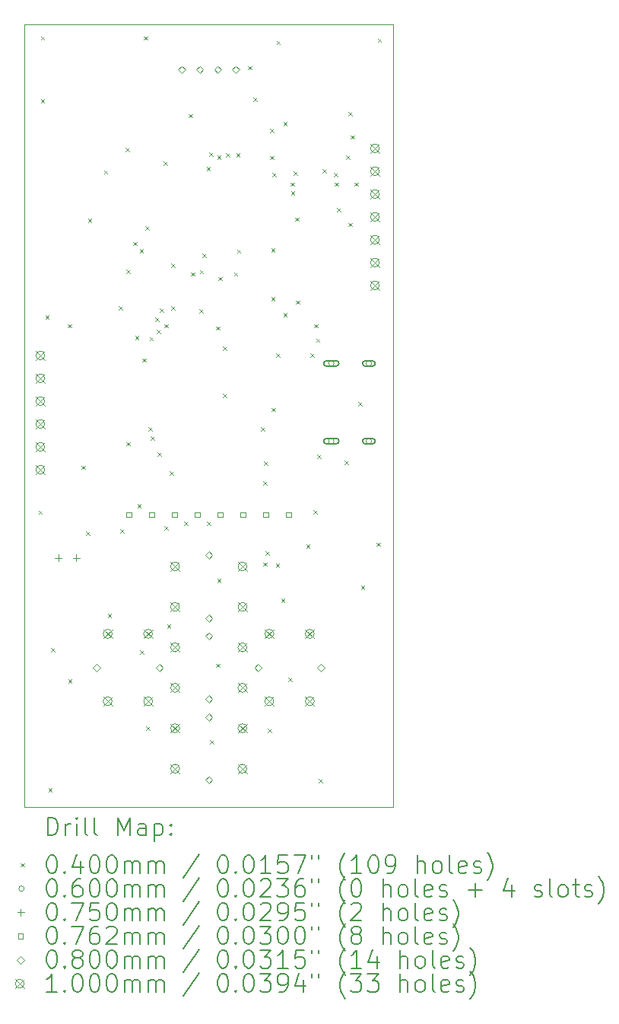
<source format=gbr>
%TF.GenerationSoftware,KiCad,Pcbnew,7.0.7*%
%TF.CreationDate,2023-10-06T13:42:18+03:00*%
%TF.ProjectId,dif-pressure-meter,6469662d-7072-4657-9373-7572652d6d65,rev?*%
%TF.SameCoordinates,Original*%
%TF.FileFunction,Drillmap*%
%TF.FilePolarity,Positive*%
%FSLAX45Y45*%
G04 Gerber Fmt 4.5, Leading zero omitted, Abs format (unit mm)*
G04 Created by KiCad (PCBNEW 7.0.7) date 2023-10-06 13:42:18*
%MOMM*%
%LPD*%
G01*
G04 APERTURE LIST*
%ADD10C,0.100000*%
%ADD11C,0.200000*%
%ADD12C,0.040000*%
%ADD13C,0.060000*%
%ADD14C,0.075000*%
%ADD15C,0.076200*%
%ADD16C,0.080000*%
G04 APERTURE END LIST*
D10*
X10875000Y-3500000D02*
X14975000Y-3500000D01*
X14975000Y-12200000D01*
X10875000Y-12200000D01*
X10875000Y-3500000D01*
D11*
D12*
X11030000Y-8905000D02*
X11070000Y-8945000D01*
X11070000Y-8905000D02*
X11030000Y-8945000D01*
X11055000Y-3630000D02*
X11095000Y-3670000D01*
X11095000Y-3630000D02*
X11055000Y-3670000D01*
X11055000Y-4330000D02*
X11095000Y-4370000D01*
X11095000Y-4330000D02*
X11055000Y-4370000D01*
X11105000Y-6730000D02*
X11145000Y-6770000D01*
X11145000Y-6730000D02*
X11105000Y-6770000D01*
X11140000Y-11990000D02*
X11180000Y-12030000D01*
X11180000Y-11990000D02*
X11140000Y-12030000D01*
X11170000Y-10430000D02*
X11210000Y-10470000D01*
X11210000Y-10430000D02*
X11170000Y-10470000D01*
X11355000Y-6830000D02*
X11395000Y-6870000D01*
X11395000Y-6830000D02*
X11355000Y-6870000D01*
X11360000Y-10780000D02*
X11400000Y-10820000D01*
X11400000Y-10780000D02*
X11360000Y-10820000D01*
X11505000Y-8405000D02*
X11545000Y-8445000D01*
X11545000Y-8405000D02*
X11505000Y-8445000D01*
X11560000Y-9140000D02*
X11600000Y-9180000D01*
X11600000Y-9140000D02*
X11560000Y-9180000D01*
X11580000Y-5655000D02*
X11620000Y-5695000D01*
X11620000Y-5655000D02*
X11580000Y-5695000D01*
X11757000Y-5120000D02*
X11797000Y-5160000D01*
X11797000Y-5120000D02*
X11757000Y-5160000D01*
X11800000Y-10050000D02*
X11840000Y-10090000D01*
X11840000Y-10050000D02*
X11800000Y-10090000D01*
X11920000Y-6630000D02*
X11960000Y-6670000D01*
X11960000Y-6630000D02*
X11920000Y-6670000D01*
X11940000Y-9110000D02*
X11980000Y-9150000D01*
X11980000Y-9110000D02*
X11940000Y-9150000D01*
X12000000Y-4870000D02*
X12040000Y-4910000D01*
X12040000Y-4870000D02*
X12000000Y-4910000D01*
X12005000Y-6225050D02*
X12045000Y-6265050D01*
X12045000Y-6225050D02*
X12005000Y-6265050D01*
X12005000Y-8141201D02*
X12045000Y-8181201D01*
X12045000Y-8141201D02*
X12005000Y-8181201D01*
X12084950Y-5915100D02*
X12124950Y-5955100D01*
X12124950Y-5915100D02*
X12084950Y-5955100D01*
X12105000Y-6960000D02*
X12145000Y-7000000D01*
X12145000Y-6960000D02*
X12105000Y-7000000D01*
X12130000Y-8830000D02*
X12170000Y-8870000D01*
X12170000Y-8830000D02*
X12130000Y-8870000D01*
X12155000Y-5995050D02*
X12195000Y-6035050D01*
X12195000Y-5995050D02*
X12155000Y-6035050D01*
X12160000Y-10460000D02*
X12200000Y-10500000D01*
X12200000Y-10460000D02*
X12160000Y-10500000D01*
X12184950Y-7209950D02*
X12224950Y-7249950D01*
X12224950Y-7209950D02*
X12184950Y-7249950D01*
X12205000Y-3630000D02*
X12245000Y-3670000D01*
X12245000Y-3630000D02*
X12205000Y-3670000D01*
X12220000Y-5740000D02*
X12260000Y-5780000D01*
X12260000Y-5740000D02*
X12220000Y-5780000D01*
X12230000Y-11305000D02*
X12270000Y-11345000D01*
X12270000Y-11305000D02*
X12230000Y-11345000D01*
X12250000Y-7980000D02*
X12290000Y-8020000D01*
X12290000Y-7980000D02*
X12250000Y-8020000D01*
X12264900Y-6975050D02*
X12304900Y-7015050D01*
X12304900Y-6975050D02*
X12264900Y-7015050D01*
X12280000Y-8079950D02*
X12320000Y-8119950D01*
X12320000Y-8079950D02*
X12280000Y-8119950D01*
X12326710Y-6758290D02*
X12366710Y-6798290D01*
X12366710Y-6758290D02*
X12326710Y-6798290D01*
X12344843Y-6895476D02*
X12384843Y-6935476D01*
X12384843Y-6895476D02*
X12344843Y-6935476D01*
X12355000Y-8255000D02*
X12395000Y-8295000D01*
X12395000Y-8255000D02*
X12355000Y-8295000D01*
X12380000Y-6655000D02*
X12420000Y-6695000D01*
X12420000Y-6655000D02*
X12380000Y-6695000D01*
X12420000Y-5020000D02*
X12460000Y-5060000D01*
X12460000Y-5020000D02*
X12420000Y-5060000D01*
X12430000Y-6830000D02*
X12470000Y-6870000D01*
X12470000Y-6830000D02*
X12430000Y-6870000D01*
X12430000Y-9080000D02*
X12470000Y-9120000D01*
X12470000Y-9080000D02*
X12430000Y-9120000D01*
X12460000Y-10170000D02*
X12500000Y-10210000D01*
X12500000Y-10170000D02*
X12460000Y-10210000D01*
X12492783Y-8467783D02*
X12532783Y-8507783D01*
X12532783Y-8467783D02*
X12492783Y-8507783D01*
X12505000Y-6155000D02*
X12545000Y-6195000D01*
X12545000Y-6155000D02*
X12505000Y-6195000D01*
X12505000Y-6630000D02*
X12545000Y-6670000D01*
X12545000Y-6630000D02*
X12505000Y-6670000D01*
X12650000Y-9030000D02*
X12690000Y-9070000D01*
X12690000Y-9030000D02*
X12650000Y-9070000D01*
X12700958Y-4494331D02*
X12740958Y-4534331D01*
X12740958Y-4494331D02*
X12700958Y-4534331D01*
X12725902Y-6255000D02*
X12765902Y-6295000D01*
X12765902Y-6255000D02*
X12725902Y-6295000D01*
X12820000Y-6665892D02*
X12860000Y-6705892D01*
X12860000Y-6665892D02*
X12820000Y-6705892D01*
X12825050Y-6230000D02*
X12865050Y-6270000D01*
X12865050Y-6230000D02*
X12825050Y-6270000D01*
X12855000Y-6046050D02*
X12895000Y-6086050D01*
X12895000Y-6046050D02*
X12855000Y-6086050D01*
X12900000Y-5080000D02*
X12940000Y-5120000D01*
X12940000Y-5080000D02*
X12900000Y-5120000D01*
X12905000Y-9030000D02*
X12945000Y-9070000D01*
X12945000Y-9030000D02*
X12905000Y-9070000D01*
X12927622Y-4918689D02*
X12967622Y-4958689D01*
X12967622Y-4918689D02*
X12927622Y-4958689D01*
X12940000Y-11460000D02*
X12980000Y-11500000D01*
X12980000Y-11460000D02*
X12940000Y-11500000D01*
X13005000Y-6855000D02*
X13045000Y-6895000D01*
X13045000Y-6855000D02*
X13005000Y-6895000D01*
X13005000Y-10605000D02*
X13045000Y-10645000D01*
X13045000Y-10605000D02*
X13005000Y-10645000D01*
X13019999Y-4956854D02*
X13059999Y-4996854D01*
X13059999Y-4956854D02*
X13019999Y-4996854D01*
X13020000Y-9660000D02*
X13060000Y-9700000D01*
X13060000Y-9660000D02*
X13020000Y-9700000D01*
X13030000Y-6305000D02*
X13070000Y-6345000D01*
X13070000Y-6305000D02*
X13030000Y-6345000D01*
X13080000Y-7080000D02*
X13120000Y-7120000D01*
X13120000Y-7080000D02*
X13080000Y-7120000D01*
X13080000Y-7605000D02*
X13120000Y-7645000D01*
X13120000Y-7605000D02*
X13080000Y-7645000D01*
X13116619Y-4931268D02*
X13156619Y-4971268D01*
X13156619Y-4931268D02*
X13116619Y-4971268D01*
X13206033Y-6253967D02*
X13246033Y-6293967D01*
X13246033Y-6253967D02*
X13206033Y-6293967D01*
X13230000Y-4930000D02*
X13270000Y-4970000D01*
X13270000Y-4930000D02*
X13230000Y-4970000D01*
X13240000Y-6000000D02*
X13280000Y-6040000D01*
X13280000Y-6000000D02*
X13240000Y-6040000D01*
X13360000Y-3960000D02*
X13400000Y-4000000D01*
X13400000Y-3960000D02*
X13360000Y-4000000D01*
X13420000Y-4310000D02*
X13460000Y-4350000D01*
X13460000Y-4310000D02*
X13420000Y-4350000D01*
X13505000Y-7980000D02*
X13545000Y-8020000D01*
X13545000Y-7980000D02*
X13505000Y-8020000D01*
X13530000Y-8580000D02*
X13570000Y-8620000D01*
X13570000Y-8580000D02*
X13530000Y-8620000D01*
X13530000Y-9480000D02*
X13570000Y-9520000D01*
X13570000Y-9480000D02*
X13530000Y-9520000D01*
X13540000Y-8360000D02*
X13580000Y-8400000D01*
X13580000Y-8360000D02*
X13540000Y-8400000D01*
X13555000Y-9355000D02*
X13595000Y-9395000D01*
X13595000Y-9355000D02*
X13555000Y-9395000D01*
X13580000Y-11330000D02*
X13620000Y-11370000D01*
X13620000Y-11330000D02*
X13580000Y-11370000D01*
X13610000Y-4660000D02*
X13650000Y-4700000D01*
X13650000Y-4660000D02*
X13610000Y-4700000D01*
X13610000Y-4960000D02*
X13650000Y-5000000D01*
X13650000Y-4960000D02*
X13610000Y-5000000D01*
X13620000Y-5990000D02*
X13660000Y-6030000D01*
X13660000Y-5990000D02*
X13620000Y-6030000D01*
X13620000Y-6530000D02*
X13660000Y-6570000D01*
X13660000Y-6530000D02*
X13620000Y-6570000D01*
X13623467Y-7761533D02*
X13663467Y-7801533D01*
X13663467Y-7761533D02*
X13623467Y-7801533D01*
X13630000Y-5150000D02*
X13670000Y-5190000D01*
X13670000Y-5150000D02*
X13630000Y-5190000D01*
X13670000Y-9490000D02*
X13710000Y-9530000D01*
X13710000Y-9490000D02*
X13670000Y-9530000D01*
X13675050Y-7155000D02*
X13715050Y-7195000D01*
X13715050Y-7155000D02*
X13675050Y-7195000D01*
X13680000Y-3680000D02*
X13720000Y-3720000D01*
X13720000Y-3680000D02*
X13680000Y-3720000D01*
X13730000Y-9880000D02*
X13770000Y-9920000D01*
X13770000Y-9880000D02*
X13730000Y-9920000D01*
X13755000Y-4580000D02*
X13795000Y-4620000D01*
X13795000Y-4580000D02*
X13755000Y-4620000D01*
X13755000Y-6705000D02*
X13795000Y-6745000D01*
X13795000Y-6705000D02*
X13755000Y-6745000D01*
X13810000Y-10760000D02*
X13850000Y-10800000D01*
X13850000Y-10760000D02*
X13810000Y-10800000D01*
X13834950Y-5255000D02*
X13874950Y-5295000D01*
X13874950Y-5255000D02*
X13834950Y-5295000D01*
X13841399Y-5354742D02*
X13881399Y-5394742D01*
X13881399Y-5354742D02*
X13841399Y-5394742D01*
X13870000Y-5130000D02*
X13910000Y-5170000D01*
X13910000Y-5130000D02*
X13870000Y-5170000D01*
X13885856Y-5644192D02*
X13925856Y-5684192D01*
X13925856Y-5644192D02*
X13885856Y-5684192D01*
X13892500Y-6567500D02*
X13932500Y-6607500D01*
X13932500Y-6567500D02*
X13892500Y-6607500D01*
X14010000Y-9280000D02*
X14050000Y-9320000D01*
X14050000Y-9280000D02*
X14010000Y-9320000D01*
X14055000Y-7155000D02*
X14095000Y-7195000D01*
X14095000Y-7155000D02*
X14055000Y-7195000D01*
X14090000Y-8900000D02*
X14130000Y-8940000D01*
X14130000Y-8900000D02*
X14090000Y-8940000D01*
X14100000Y-6829950D02*
X14140000Y-6869950D01*
X14140000Y-6829950D02*
X14100000Y-6869950D01*
X14120000Y-6990050D02*
X14160000Y-7030050D01*
X14160000Y-6990050D02*
X14120000Y-7030050D01*
X14130000Y-8280000D02*
X14170000Y-8320000D01*
X14170000Y-8280000D02*
X14130000Y-8320000D01*
X14150000Y-11890000D02*
X14190000Y-11930000D01*
X14190000Y-11890000D02*
X14150000Y-11930000D01*
X14190000Y-5110000D02*
X14230000Y-5150000D01*
X14230000Y-5110000D02*
X14190000Y-5150000D01*
X14320050Y-5151533D02*
X14360050Y-5191533D01*
X14360050Y-5151533D02*
X14320050Y-5191533D01*
X14330000Y-5255000D02*
X14370000Y-5295000D01*
X14370000Y-5255000D02*
X14330000Y-5295000D01*
X14350000Y-5540000D02*
X14390000Y-5580000D01*
X14390000Y-5540000D02*
X14350000Y-5580000D01*
X14440000Y-8350000D02*
X14480000Y-8390000D01*
X14480000Y-8350000D02*
X14440000Y-8390000D01*
X14455000Y-4955000D02*
X14495000Y-4995000D01*
X14495000Y-4955000D02*
X14455000Y-4995000D01*
X14480000Y-4470000D02*
X14520000Y-4510000D01*
X14520000Y-4470000D02*
X14480000Y-4510000D01*
X14480000Y-5705000D02*
X14520000Y-5745000D01*
X14520000Y-5705000D02*
X14480000Y-5745000D01*
X14505000Y-4730000D02*
X14545000Y-4770000D01*
X14545000Y-4730000D02*
X14505000Y-4770000D01*
X14550000Y-5255000D02*
X14590000Y-5295000D01*
X14590000Y-5255000D02*
X14550000Y-5295000D01*
X14590000Y-7700000D02*
X14630000Y-7740000D01*
X14630000Y-7700000D02*
X14590000Y-7740000D01*
X14620000Y-9740000D02*
X14660000Y-9780000D01*
X14660000Y-9740000D02*
X14620000Y-9780000D01*
X14790000Y-9260000D02*
X14830000Y-9300000D01*
X14830000Y-9260000D02*
X14790000Y-9300000D01*
X14805000Y-3655000D02*
X14845000Y-3695000D01*
X14845000Y-3655000D02*
X14805000Y-3695000D01*
D13*
X14319500Y-7268000D02*
G75*
G03*
X14319500Y-7268000I-30000J0D01*
G01*
D11*
X14344500Y-7238000D02*
X14234500Y-7238000D01*
X14234500Y-7238000D02*
G75*
G03*
X14234500Y-7298000I0J-30000D01*
G01*
X14234500Y-7298000D02*
X14344500Y-7298000D01*
X14344500Y-7298000D02*
G75*
G03*
X14344500Y-7238000I0J30000D01*
G01*
D13*
X14319500Y-8132000D02*
G75*
G03*
X14319500Y-8132000I-30000J0D01*
G01*
D11*
X14344500Y-8102000D02*
X14234500Y-8102000D01*
X14234500Y-8102000D02*
G75*
G03*
X14234500Y-8162000I0J-30000D01*
G01*
X14234500Y-8162000D02*
X14344500Y-8162000D01*
X14344500Y-8162000D02*
G75*
G03*
X14344500Y-8102000I0J30000D01*
G01*
D13*
X14737500Y-7268000D02*
G75*
G03*
X14737500Y-7268000I-30000J0D01*
G01*
D11*
X14747500Y-7238000D02*
X14667500Y-7238000D01*
X14667500Y-7238000D02*
G75*
G03*
X14667500Y-7298000I0J-30000D01*
G01*
X14667500Y-7298000D02*
X14747500Y-7298000D01*
X14747500Y-7298000D02*
G75*
G03*
X14747500Y-7238000I0J30000D01*
G01*
D13*
X14737500Y-8132000D02*
G75*
G03*
X14737500Y-8132000I-30000J0D01*
G01*
D11*
X14747500Y-8102000D02*
X14667500Y-8102000D01*
X14667500Y-8102000D02*
G75*
G03*
X14667500Y-8162000I0J-30000D01*
G01*
X14667500Y-8162000D02*
X14747500Y-8162000D01*
X14747500Y-8162000D02*
G75*
G03*
X14747500Y-8102000I0J30000D01*
G01*
D14*
X11250000Y-9392500D02*
X11250000Y-9467500D01*
X11212500Y-9430000D02*
X11287500Y-9430000D01*
X11450000Y-9392500D02*
X11450000Y-9467500D01*
X11412500Y-9430000D02*
X11487500Y-9430000D01*
D15*
X12062941Y-8976941D02*
X12062941Y-8923059D01*
X12009059Y-8923059D01*
X12009059Y-8976941D01*
X12062941Y-8976941D01*
X12316941Y-8976941D02*
X12316941Y-8923059D01*
X12263059Y-8923059D01*
X12263059Y-8976941D01*
X12316941Y-8976941D01*
X12570941Y-8976941D02*
X12570941Y-8923059D01*
X12517059Y-8923059D01*
X12517059Y-8976941D01*
X12570941Y-8976941D01*
X12824941Y-8976941D02*
X12824941Y-8923059D01*
X12771059Y-8923059D01*
X12771059Y-8976941D01*
X12824941Y-8976941D01*
X13078941Y-8976941D02*
X13078941Y-8923059D01*
X13025059Y-8923059D01*
X13025059Y-8976941D01*
X13078941Y-8976941D01*
X13332941Y-8976941D02*
X13332941Y-8923059D01*
X13279059Y-8923059D01*
X13279059Y-8976941D01*
X13332941Y-8976941D01*
X13586941Y-8976941D02*
X13586941Y-8923059D01*
X13533059Y-8923059D01*
X13533059Y-8976941D01*
X13586941Y-8976941D01*
X13840941Y-8976941D02*
X13840941Y-8923059D01*
X13787059Y-8923059D01*
X13787059Y-8976941D01*
X13840941Y-8976941D01*
D16*
X11675000Y-10690000D02*
X11715000Y-10650000D01*
X11675000Y-10610000D01*
X11635000Y-10650000D01*
X11675000Y-10690000D01*
X12375000Y-10690000D02*
X12415000Y-10650000D01*
X12375000Y-10610000D01*
X12335000Y-10650000D01*
X12375000Y-10690000D01*
X12625000Y-4040000D02*
X12665000Y-4000000D01*
X12625000Y-3960000D01*
X12585000Y-4000000D01*
X12625000Y-4040000D01*
X12825000Y-4040000D02*
X12865000Y-4000000D01*
X12825000Y-3960000D01*
X12785000Y-4000000D01*
X12825000Y-4040000D01*
X12925000Y-9440000D02*
X12965000Y-9400000D01*
X12925000Y-9360000D01*
X12885000Y-9400000D01*
X12925000Y-9440000D01*
X12925000Y-10140000D02*
X12965000Y-10100000D01*
X12925000Y-10060000D01*
X12885000Y-10100000D01*
X12925000Y-10140000D01*
X12925000Y-10340000D02*
X12965000Y-10300000D01*
X12925000Y-10260000D01*
X12885000Y-10300000D01*
X12925000Y-10340000D01*
X12925000Y-11040000D02*
X12965000Y-11000000D01*
X12925000Y-10960000D01*
X12885000Y-11000000D01*
X12925000Y-11040000D01*
X12925000Y-11240000D02*
X12965000Y-11200000D01*
X12925000Y-11160000D01*
X12885000Y-11200000D01*
X12925000Y-11240000D01*
X12925000Y-11940000D02*
X12965000Y-11900000D01*
X12925000Y-11860000D01*
X12885000Y-11900000D01*
X12925000Y-11940000D01*
X13025000Y-4040000D02*
X13065000Y-4000000D01*
X13025000Y-3960000D01*
X12985000Y-4000000D01*
X13025000Y-4040000D01*
X13225000Y-4040000D02*
X13265000Y-4000000D01*
X13225000Y-3960000D01*
X13185000Y-4000000D01*
X13225000Y-4040000D01*
X13475000Y-10690000D02*
X13515000Y-10650000D01*
X13475000Y-10610000D01*
X13435000Y-10650000D01*
X13475000Y-10690000D01*
X14175000Y-10690000D02*
X14215000Y-10650000D01*
X14175000Y-10610000D01*
X14135000Y-10650000D01*
X14175000Y-10690000D01*
D10*
X11000000Y-7130000D02*
X11100000Y-7230000D01*
X11100000Y-7130000D02*
X11000000Y-7230000D01*
X11100000Y-7180000D02*
G75*
G03*
X11100000Y-7180000I-50000J0D01*
G01*
X11000000Y-7384000D02*
X11100000Y-7484000D01*
X11100000Y-7384000D02*
X11000000Y-7484000D01*
X11100000Y-7434000D02*
G75*
G03*
X11100000Y-7434000I-50000J0D01*
G01*
X11000000Y-7638000D02*
X11100000Y-7738000D01*
X11100000Y-7638000D02*
X11000000Y-7738000D01*
X11100000Y-7688000D02*
G75*
G03*
X11100000Y-7688000I-50000J0D01*
G01*
X11000000Y-7892000D02*
X11100000Y-7992000D01*
X11100000Y-7892000D02*
X11000000Y-7992000D01*
X11100000Y-7942000D02*
G75*
G03*
X11100000Y-7942000I-50000J0D01*
G01*
X11000000Y-8146000D02*
X11100000Y-8246000D01*
X11100000Y-8146000D02*
X11000000Y-8246000D01*
X11100000Y-8196000D02*
G75*
G03*
X11100000Y-8196000I-50000J0D01*
G01*
X11000000Y-8400000D02*
X11100000Y-8500000D01*
X11100000Y-8400000D02*
X11000000Y-8500000D01*
X11100000Y-8450000D02*
G75*
G03*
X11100000Y-8450000I-50000J0D01*
G01*
X11750000Y-10225000D02*
X11850000Y-10325000D01*
X11850000Y-10225000D02*
X11750000Y-10325000D01*
X11850000Y-10275000D02*
G75*
G03*
X11850000Y-10275000I-50000J0D01*
G01*
X11750000Y-10975000D02*
X11850000Y-11075000D01*
X11850000Y-10975000D02*
X11750000Y-11075000D01*
X11850000Y-11025000D02*
G75*
G03*
X11850000Y-11025000I-50000J0D01*
G01*
X12200000Y-10225000D02*
X12300000Y-10325000D01*
X12300000Y-10225000D02*
X12200000Y-10325000D01*
X12300000Y-10275000D02*
G75*
G03*
X12300000Y-10275000I-50000J0D01*
G01*
X12200000Y-10975000D02*
X12300000Y-11075000D01*
X12300000Y-10975000D02*
X12200000Y-11075000D01*
X12300000Y-11025000D02*
G75*
G03*
X12300000Y-11025000I-50000J0D01*
G01*
X12500000Y-9475000D02*
X12600000Y-9575000D01*
X12600000Y-9475000D02*
X12500000Y-9575000D01*
X12600000Y-9525000D02*
G75*
G03*
X12600000Y-9525000I-50000J0D01*
G01*
X12500000Y-9925000D02*
X12600000Y-10025000D01*
X12600000Y-9925000D02*
X12500000Y-10025000D01*
X12600000Y-9975000D02*
G75*
G03*
X12600000Y-9975000I-50000J0D01*
G01*
X12500000Y-10375000D02*
X12600000Y-10475000D01*
X12600000Y-10375000D02*
X12500000Y-10475000D01*
X12600000Y-10425000D02*
G75*
G03*
X12600000Y-10425000I-50000J0D01*
G01*
X12500000Y-10825000D02*
X12600000Y-10925000D01*
X12600000Y-10825000D02*
X12500000Y-10925000D01*
X12600000Y-10875000D02*
G75*
G03*
X12600000Y-10875000I-50000J0D01*
G01*
X12500000Y-11275000D02*
X12600000Y-11375000D01*
X12600000Y-11275000D02*
X12500000Y-11375000D01*
X12600000Y-11325000D02*
G75*
G03*
X12600000Y-11325000I-50000J0D01*
G01*
X12500000Y-11725000D02*
X12600000Y-11825000D01*
X12600000Y-11725000D02*
X12500000Y-11825000D01*
X12600000Y-11775000D02*
G75*
G03*
X12600000Y-11775000I-50000J0D01*
G01*
X13250000Y-9475000D02*
X13350000Y-9575000D01*
X13350000Y-9475000D02*
X13250000Y-9575000D01*
X13350000Y-9525000D02*
G75*
G03*
X13350000Y-9525000I-50000J0D01*
G01*
X13250000Y-9925000D02*
X13350000Y-10025000D01*
X13350000Y-9925000D02*
X13250000Y-10025000D01*
X13350000Y-9975000D02*
G75*
G03*
X13350000Y-9975000I-50000J0D01*
G01*
X13250000Y-10375000D02*
X13350000Y-10475000D01*
X13350000Y-10375000D02*
X13250000Y-10475000D01*
X13350000Y-10425000D02*
G75*
G03*
X13350000Y-10425000I-50000J0D01*
G01*
X13250000Y-10825000D02*
X13350000Y-10925000D01*
X13350000Y-10825000D02*
X13250000Y-10925000D01*
X13350000Y-10875000D02*
G75*
G03*
X13350000Y-10875000I-50000J0D01*
G01*
X13250000Y-11275000D02*
X13350000Y-11375000D01*
X13350000Y-11275000D02*
X13250000Y-11375000D01*
X13350000Y-11325000D02*
G75*
G03*
X13350000Y-11325000I-50000J0D01*
G01*
X13250000Y-11725000D02*
X13350000Y-11825000D01*
X13350000Y-11725000D02*
X13250000Y-11825000D01*
X13350000Y-11775000D02*
G75*
G03*
X13350000Y-11775000I-50000J0D01*
G01*
X13550000Y-10225000D02*
X13650000Y-10325000D01*
X13650000Y-10225000D02*
X13550000Y-10325000D01*
X13650000Y-10275000D02*
G75*
G03*
X13650000Y-10275000I-50000J0D01*
G01*
X13550000Y-10975000D02*
X13650000Y-11075000D01*
X13650000Y-10975000D02*
X13550000Y-11075000D01*
X13650000Y-11025000D02*
G75*
G03*
X13650000Y-11025000I-50000J0D01*
G01*
X14000000Y-10225000D02*
X14100000Y-10325000D01*
X14100000Y-10225000D02*
X14000000Y-10325000D01*
X14100000Y-10275000D02*
G75*
G03*
X14100000Y-10275000I-50000J0D01*
G01*
X14000000Y-10975000D02*
X14100000Y-11075000D01*
X14100000Y-10975000D02*
X14000000Y-11075000D01*
X14100000Y-11025000D02*
G75*
G03*
X14100000Y-11025000I-50000J0D01*
G01*
X14725000Y-4826000D02*
X14825000Y-4926000D01*
X14825000Y-4826000D02*
X14725000Y-4926000D01*
X14825000Y-4876000D02*
G75*
G03*
X14825000Y-4876000I-50000J0D01*
G01*
X14725000Y-5080000D02*
X14825000Y-5180000D01*
X14825000Y-5080000D02*
X14725000Y-5180000D01*
X14825000Y-5130000D02*
G75*
G03*
X14825000Y-5130000I-50000J0D01*
G01*
X14725000Y-5334000D02*
X14825000Y-5434000D01*
X14825000Y-5334000D02*
X14725000Y-5434000D01*
X14825000Y-5384000D02*
G75*
G03*
X14825000Y-5384000I-50000J0D01*
G01*
X14725000Y-5588000D02*
X14825000Y-5688000D01*
X14825000Y-5588000D02*
X14725000Y-5688000D01*
X14825000Y-5638000D02*
G75*
G03*
X14825000Y-5638000I-50000J0D01*
G01*
X14725000Y-5842000D02*
X14825000Y-5942000D01*
X14825000Y-5842000D02*
X14725000Y-5942000D01*
X14825000Y-5892000D02*
G75*
G03*
X14825000Y-5892000I-50000J0D01*
G01*
X14725000Y-6096000D02*
X14825000Y-6196000D01*
X14825000Y-6096000D02*
X14725000Y-6196000D01*
X14825000Y-6146000D02*
G75*
G03*
X14825000Y-6146000I-50000J0D01*
G01*
X14725000Y-6350000D02*
X14825000Y-6450000D01*
X14825000Y-6350000D02*
X14725000Y-6450000D01*
X14825000Y-6400000D02*
G75*
G03*
X14825000Y-6400000I-50000J0D01*
G01*
D11*
X11130777Y-12516484D02*
X11130777Y-12316484D01*
X11130777Y-12316484D02*
X11178396Y-12316484D01*
X11178396Y-12316484D02*
X11206967Y-12326008D01*
X11206967Y-12326008D02*
X11226015Y-12345055D01*
X11226015Y-12345055D02*
X11235539Y-12364103D01*
X11235539Y-12364103D02*
X11245062Y-12402198D01*
X11245062Y-12402198D02*
X11245062Y-12430769D01*
X11245062Y-12430769D02*
X11235539Y-12468865D01*
X11235539Y-12468865D02*
X11226015Y-12487912D01*
X11226015Y-12487912D02*
X11206967Y-12506960D01*
X11206967Y-12506960D02*
X11178396Y-12516484D01*
X11178396Y-12516484D02*
X11130777Y-12516484D01*
X11330777Y-12516484D02*
X11330777Y-12383150D01*
X11330777Y-12421246D02*
X11340301Y-12402198D01*
X11340301Y-12402198D02*
X11349824Y-12392674D01*
X11349824Y-12392674D02*
X11368872Y-12383150D01*
X11368872Y-12383150D02*
X11387920Y-12383150D01*
X11454586Y-12516484D02*
X11454586Y-12383150D01*
X11454586Y-12316484D02*
X11445062Y-12326008D01*
X11445062Y-12326008D02*
X11454586Y-12335531D01*
X11454586Y-12335531D02*
X11464110Y-12326008D01*
X11464110Y-12326008D02*
X11454586Y-12316484D01*
X11454586Y-12316484D02*
X11454586Y-12335531D01*
X11578396Y-12516484D02*
X11559348Y-12506960D01*
X11559348Y-12506960D02*
X11549824Y-12487912D01*
X11549824Y-12487912D02*
X11549824Y-12316484D01*
X11683158Y-12516484D02*
X11664110Y-12506960D01*
X11664110Y-12506960D02*
X11654586Y-12487912D01*
X11654586Y-12487912D02*
X11654586Y-12316484D01*
X11911729Y-12516484D02*
X11911729Y-12316484D01*
X11911729Y-12316484D02*
X11978396Y-12459341D01*
X11978396Y-12459341D02*
X12045062Y-12316484D01*
X12045062Y-12316484D02*
X12045062Y-12516484D01*
X12226015Y-12516484D02*
X12226015Y-12411722D01*
X12226015Y-12411722D02*
X12216491Y-12392674D01*
X12216491Y-12392674D02*
X12197443Y-12383150D01*
X12197443Y-12383150D02*
X12159348Y-12383150D01*
X12159348Y-12383150D02*
X12140301Y-12392674D01*
X12226015Y-12506960D02*
X12206967Y-12516484D01*
X12206967Y-12516484D02*
X12159348Y-12516484D01*
X12159348Y-12516484D02*
X12140301Y-12506960D01*
X12140301Y-12506960D02*
X12130777Y-12487912D01*
X12130777Y-12487912D02*
X12130777Y-12468865D01*
X12130777Y-12468865D02*
X12140301Y-12449817D01*
X12140301Y-12449817D02*
X12159348Y-12440293D01*
X12159348Y-12440293D02*
X12206967Y-12440293D01*
X12206967Y-12440293D02*
X12226015Y-12430769D01*
X12321253Y-12383150D02*
X12321253Y-12583150D01*
X12321253Y-12392674D02*
X12340301Y-12383150D01*
X12340301Y-12383150D02*
X12378396Y-12383150D01*
X12378396Y-12383150D02*
X12397443Y-12392674D01*
X12397443Y-12392674D02*
X12406967Y-12402198D01*
X12406967Y-12402198D02*
X12416491Y-12421246D01*
X12416491Y-12421246D02*
X12416491Y-12478388D01*
X12416491Y-12478388D02*
X12406967Y-12497436D01*
X12406967Y-12497436D02*
X12397443Y-12506960D01*
X12397443Y-12506960D02*
X12378396Y-12516484D01*
X12378396Y-12516484D02*
X12340301Y-12516484D01*
X12340301Y-12516484D02*
X12321253Y-12506960D01*
X12502205Y-12497436D02*
X12511729Y-12506960D01*
X12511729Y-12506960D02*
X12502205Y-12516484D01*
X12502205Y-12516484D02*
X12492682Y-12506960D01*
X12492682Y-12506960D02*
X12502205Y-12497436D01*
X12502205Y-12497436D02*
X12502205Y-12516484D01*
X12502205Y-12392674D02*
X12511729Y-12402198D01*
X12511729Y-12402198D02*
X12502205Y-12411722D01*
X12502205Y-12411722D02*
X12492682Y-12402198D01*
X12492682Y-12402198D02*
X12502205Y-12392674D01*
X12502205Y-12392674D02*
X12502205Y-12411722D01*
D12*
X10830000Y-12825000D02*
X10870000Y-12865000D01*
X10870000Y-12825000D02*
X10830000Y-12865000D01*
D11*
X11168872Y-12736484D02*
X11187920Y-12736484D01*
X11187920Y-12736484D02*
X11206967Y-12746008D01*
X11206967Y-12746008D02*
X11216491Y-12755531D01*
X11216491Y-12755531D02*
X11226015Y-12774579D01*
X11226015Y-12774579D02*
X11235539Y-12812674D01*
X11235539Y-12812674D02*
X11235539Y-12860293D01*
X11235539Y-12860293D02*
X11226015Y-12898388D01*
X11226015Y-12898388D02*
X11216491Y-12917436D01*
X11216491Y-12917436D02*
X11206967Y-12926960D01*
X11206967Y-12926960D02*
X11187920Y-12936484D01*
X11187920Y-12936484D02*
X11168872Y-12936484D01*
X11168872Y-12936484D02*
X11149824Y-12926960D01*
X11149824Y-12926960D02*
X11140301Y-12917436D01*
X11140301Y-12917436D02*
X11130777Y-12898388D01*
X11130777Y-12898388D02*
X11121253Y-12860293D01*
X11121253Y-12860293D02*
X11121253Y-12812674D01*
X11121253Y-12812674D02*
X11130777Y-12774579D01*
X11130777Y-12774579D02*
X11140301Y-12755531D01*
X11140301Y-12755531D02*
X11149824Y-12746008D01*
X11149824Y-12746008D02*
X11168872Y-12736484D01*
X11321253Y-12917436D02*
X11330777Y-12926960D01*
X11330777Y-12926960D02*
X11321253Y-12936484D01*
X11321253Y-12936484D02*
X11311729Y-12926960D01*
X11311729Y-12926960D02*
X11321253Y-12917436D01*
X11321253Y-12917436D02*
X11321253Y-12936484D01*
X11502205Y-12803150D02*
X11502205Y-12936484D01*
X11454586Y-12726960D02*
X11406967Y-12869817D01*
X11406967Y-12869817D02*
X11530777Y-12869817D01*
X11645062Y-12736484D02*
X11664110Y-12736484D01*
X11664110Y-12736484D02*
X11683158Y-12746008D01*
X11683158Y-12746008D02*
X11692682Y-12755531D01*
X11692682Y-12755531D02*
X11702205Y-12774579D01*
X11702205Y-12774579D02*
X11711729Y-12812674D01*
X11711729Y-12812674D02*
X11711729Y-12860293D01*
X11711729Y-12860293D02*
X11702205Y-12898388D01*
X11702205Y-12898388D02*
X11692682Y-12917436D01*
X11692682Y-12917436D02*
X11683158Y-12926960D01*
X11683158Y-12926960D02*
X11664110Y-12936484D01*
X11664110Y-12936484D02*
X11645062Y-12936484D01*
X11645062Y-12936484D02*
X11626015Y-12926960D01*
X11626015Y-12926960D02*
X11616491Y-12917436D01*
X11616491Y-12917436D02*
X11606967Y-12898388D01*
X11606967Y-12898388D02*
X11597443Y-12860293D01*
X11597443Y-12860293D02*
X11597443Y-12812674D01*
X11597443Y-12812674D02*
X11606967Y-12774579D01*
X11606967Y-12774579D02*
X11616491Y-12755531D01*
X11616491Y-12755531D02*
X11626015Y-12746008D01*
X11626015Y-12746008D02*
X11645062Y-12736484D01*
X11835539Y-12736484D02*
X11854586Y-12736484D01*
X11854586Y-12736484D02*
X11873634Y-12746008D01*
X11873634Y-12746008D02*
X11883158Y-12755531D01*
X11883158Y-12755531D02*
X11892682Y-12774579D01*
X11892682Y-12774579D02*
X11902205Y-12812674D01*
X11902205Y-12812674D02*
X11902205Y-12860293D01*
X11902205Y-12860293D02*
X11892682Y-12898388D01*
X11892682Y-12898388D02*
X11883158Y-12917436D01*
X11883158Y-12917436D02*
X11873634Y-12926960D01*
X11873634Y-12926960D02*
X11854586Y-12936484D01*
X11854586Y-12936484D02*
X11835539Y-12936484D01*
X11835539Y-12936484D02*
X11816491Y-12926960D01*
X11816491Y-12926960D02*
X11806967Y-12917436D01*
X11806967Y-12917436D02*
X11797443Y-12898388D01*
X11797443Y-12898388D02*
X11787920Y-12860293D01*
X11787920Y-12860293D02*
X11787920Y-12812674D01*
X11787920Y-12812674D02*
X11797443Y-12774579D01*
X11797443Y-12774579D02*
X11806967Y-12755531D01*
X11806967Y-12755531D02*
X11816491Y-12746008D01*
X11816491Y-12746008D02*
X11835539Y-12736484D01*
X11987920Y-12936484D02*
X11987920Y-12803150D01*
X11987920Y-12822198D02*
X11997443Y-12812674D01*
X11997443Y-12812674D02*
X12016491Y-12803150D01*
X12016491Y-12803150D02*
X12045063Y-12803150D01*
X12045063Y-12803150D02*
X12064110Y-12812674D01*
X12064110Y-12812674D02*
X12073634Y-12831722D01*
X12073634Y-12831722D02*
X12073634Y-12936484D01*
X12073634Y-12831722D02*
X12083158Y-12812674D01*
X12083158Y-12812674D02*
X12102205Y-12803150D01*
X12102205Y-12803150D02*
X12130777Y-12803150D01*
X12130777Y-12803150D02*
X12149824Y-12812674D01*
X12149824Y-12812674D02*
X12159348Y-12831722D01*
X12159348Y-12831722D02*
X12159348Y-12936484D01*
X12254586Y-12936484D02*
X12254586Y-12803150D01*
X12254586Y-12822198D02*
X12264110Y-12812674D01*
X12264110Y-12812674D02*
X12283158Y-12803150D01*
X12283158Y-12803150D02*
X12311729Y-12803150D01*
X12311729Y-12803150D02*
X12330777Y-12812674D01*
X12330777Y-12812674D02*
X12340301Y-12831722D01*
X12340301Y-12831722D02*
X12340301Y-12936484D01*
X12340301Y-12831722D02*
X12349824Y-12812674D01*
X12349824Y-12812674D02*
X12368872Y-12803150D01*
X12368872Y-12803150D02*
X12397443Y-12803150D01*
X12397443Y-12803150D02*
X12416491Y-12812674D01*
X12416491Y-12812674D02*
X12426015Y-12831722D01*
X12426015Y-12831722D02*
X12426015Y-12936484D01*
X12816491Y-12726960D02*
X12645063Y-12984103D01*
X13073634Y-12736484D02*
X13092682Y-12736484D01*
X13092682Y-12736484D02*
X13111729Y-12746008D01*
X13111729Y-12746008D02*
X13121253Y-12755531D01*
X13121253Y-12755531D02*
X13130777Y-12774579D01*
X13130777Y-12774579D02*
X13140301Y-12812674D01*
X13140301Y-12812674D02*
X13140301Y-12860293D01*
X13140301Y-12860293D02*
X13130777Y-12898388D01*
X13130777Y-12898388D02*
X13121253Y-12917436D01*
X13121253Y-12917436D02*
X13111729Y-12926960D01*
X13111729Y-12926960D02*
X13092682Y-12936484D01*
X13092682Y-12936484D02*
X13073634Y-12936484D01*
X13073634Y-12936484D02*
X13054586Y-12926960D01*
X13054586Y-12926960D02*
X13045063Y-12917436D01*
X13045063Y-12917436D02*
X13035539Y-12898388D01*
X13035539Y-12898388D02*
X13026015Y-12860293D01*
X13026015Y-12860293D02*
X13026015Y-12812674D01*
X13026015Y-12812674D02*
X13035539Y-12774579D01*
X13035539Y-12774579D02*
X13045063Y-12755531D01*
X13045063Y-12755531D02*
X13054586Y-12746008D01*
X13054586Y-12746008D02*
X13073634Y-12736484D01*
X13226015Y-12917436D02*
X13235539Y-12926960D01*
X13235539Y-12926960D02*
X13226015Y-12936484D01*
X13226015Y-12936484D02*
X13216491Y-12926960D01*
X13216491Y-12926960D02*
X13226015Y-12917436D01*
X13226015Y-12917436D02*
X13226015Y-12936484D01*
X13359348Y-12736484D02*
X13378396Y-12736484D01*
X13378396Y-12736484D02*
X13397444Y-12746008D01*
X13397444Y-12746008D02*
X13406967Y-12755531D01*
X13406967Y-12755531D02*
X13416491Y-12774579D01*
X13416491Y-12774579D02*
X13426015Y-12812674D01*
X13426015Y-12812674D02*
X13426015Y-12860293D01*
X13426015Y-12860293D02*
X13416491Y-12898388D01*
X13416491Y-12898388D02*
X13406967Y-12917436D01*
X13406967Y-12917436D02*
X13397444Y-12926960D01*
X13397444Y-12926960D02*
X13378396Y-12936484D01*
X13378396Y-12936484D02*
X13359348Y-12936484D01*
X13359348Y-12936484D02*
X13340301Y-12926960D01*
X13340301Y-12926960D02*
X13330777Y-12917436D01*
X13330777Y-12917436D02*
X13321253Y-12898388D01*
X13321253Y-12898388D02*
X13311729Y-12860293D01*
X13311729Y-12860293D02*
X13311729Y-12812674D01*
X13311729Y-12812674D02*
X13321253Y-12774579D01*
X13321253Y-12774579D02*
X13330777Y-12755531D01*
X13330777Y-12755531D02*
X13340301Y-12746008D01*
X13340301Y-12746008D02*
X13359348Y-12736484D01*
X13616491Y-12936484D02*
X13502206Y-12936484D01*
X13559348Y-12936484D02*
X13559348Y-12736484D01*
X13559348Y-12736484D02*
X13540301Y-12765055D01*
X13540301Y-12765055D02*
X13521253Y-12784103D01*
X13521253Y-12784103D02*
X13502206Y-12793627D01*
X13797444Y-12736484D02*
X13702206Y-12736484D01*
X13702206Y-12736484D02*
X13692682Y-12831722D01*
X13692682Y-12831722D02*
X13702206Y-12822198D01*
X13702206Y-12822198D02*
X13721253Y-12812674D01*
X13721253Y-12812674D02*
X13768872Y-12812674D01*
X13768872Y-12812674D02*
X13787920Y-12822198D01*
X13787920Y-12822198D02*
X13797444Y-12831722D01*
X13797444Y-12831722D02*
X13806967Y-12850769D01*
X13806967Y-12850769D02*
X13806967Y-12898388D01*
X13806967Y-12898388D02*
X13797444Y-12917436D01*
X13797444Y-12917436D02*
X13787920Y-12926960D01*
X13787920Y-12926960D02*
X13768872Y-12936484D01*
X13768872Y-12936484D02*
X13721253Y-12936484D01*
X13721253Y-12936484D02*
X13702206Y-12926960D01*
X13702206Y-12926960D02*
X13692682Y-12917436D01*
X13873634Y-12736484D02*
X14006967Y-12736484D01*
X14006967Y-12736484D02*
X13921253Y-12936484D01*
X14073634Y-12736484D02*
X14073634Y-12774579D01*
X14149825Y-12736484D02*
X14149825Y-12774579D01*
X14445063Y-13012674D02*
X14435539Y-13003150D01*
X14435539Y-13003150D02*
X14416491Y-12974579D01*
X14416491Y-12974579D02*
X14406968Y-12955531D01*
X14406968Y-12955531D02*
X14397444Y-12926960D01*
X14397444Y-12926960D02*
X14387920Y-12879341D01*
X14387920Y-12879341D02*
X14387920Y-12841246D01*
X14387920Y-12841246D02*
X14397444Y-12793627D01*
X14397444Y-12793627D02*
X14406968Y-12765055D01*
X14406968Y-12765055D02*
X14416491Y-12746008D01*
X14416491Y-12746008D02*
X14435539Y-12717436D01*
X14435539Y-12717436D02*
X14445063Y-12707912D01*
X14626015Y-12936484D02*
X14511729Y-12936484D01*
X14568872Y-12936484D02*
X14568872Y-12736484D01*
X14568872Y-12736484D02*
X14549825Y-12765055D01*
X14549825Y-12765055D02*
X14530777Y-12784103D01*
X14530777Y-12784103D02*
X14511729Y-12793627D01*
X14749825Y-12736484D02*
X14768872Y-12736484D01*
X14768872Y-12736484D02*
X14787920Y-12746008D01*
X14787920Y-12746008D02*
X14797444Y-12755531D01*
X14797444Y-12755531D02*
X14806968Y-12774579D01*
X14806968Y-12774579D02*
X14816491Y-12812674D01*
X14816491Y-12812674D02*
X14816491Y-12860293D01*
X14816491Y-12860293D02*
X14806968Y-12898388D01*
X14806968Y-12898388D02*
X14797444Y-12917436D01*
X14797444Y-12917436D02*
X14787920Y-12926960D01*
X14787920Y-12926960D02*
X14768872Y-12936484D01*
X14768872Y-12936484D02*
X14749825Y-12936484D01*
X14749825Y-12936484D02*
X14730777Y-12926960D01*
X14730777Y-12926960D02*
X14721253Y-12917436D01*
X14721253Y-12917436D02*
X14711729Y-12898388D01*
X14711729Y-12898388D02*
X14702206Y-12860293D01*
X14702206Y-12860293D02*
X14702206Y-12812674D01*
X14702206Y-12812674D02*
X14711729Y-12774579D01*
X14711729Y-12774579D02*
X14721253Y-12755531D01*
X14721253Y-12755531D02*
X14730777Y-12746008D01*
X14730777Y-12746008D02*
X14749825Y-12736484D01*
X14911729Y-12936484D02*
X14949825Y-12936484D01*
X14949825Y-12936484D02*
X14968872Y-12926960D01*
X14968872Y-12926960D02*
X14978396Y-12917436D01*
X14978396Y-12917436D02*
X14997444Y-12888865D01*
X14997444Y-12888865D02*
X15006968Y-12850769D01*
X15006968Y-12850769D02*
X15006968Y-12774579D01*
X15006968Y-12774579D02*
X14997444Y-12755531D01*
X14997444Y-12755531D02*
X14987920Y-12746008D01*
X14987920Y-12746008D02*
X14968872Y-12736484D01*
X14968872Y-12736484D02*
X14930777Y-12736484D01*
X14930777Y-12736484D02*
X14911729Y-12746008D01*
X14911729Y-12746008D02*
X14902206Y-12755531D01*
X14902206Y-12755531D02*
X14892682Y-12774579D01*
X14892682Y-12774579D02*
X14892682Y-12822198D01*
X14892682Y-12822198D02*
X14902206Y-12841246D01*
X14902206Y-12841246D02*
X14911729Y-12850769D01*
X14911729Y-12850769D02*
X14930777Y-12860293D01*
X14930777Y-12860293D02*
X14968872Y-12860293D01*
X14968872Y-12860293D02*
X14987920Y-12850769D01*
X14987920Y-12850769D02*
X14997444Y-12841246D01*
X14997444Y-12841246D02*
X15006968Y-12822198D01*
X15245063Y-12936484D02*
X15245063Y-12736484D01*
X15330777Y-12936484D02*
X15330777Y-12831722D01*
X15330777Y-12831722D02*
X15321253Y-12812674D01*
X15321253Y-12812674D02*
X15302206Y-12803150D01*
X15302206Y-12803150D02*
X15273634Y-12803150D01*
X15273634Y-12803150D02*
X15254587Y-12812674D01*
X15254587Y-12812674D02*
X15245063Y-12822198D01*
X15454587Y-12936484D02*
X15435539Y-12926960D01*
X15435539Y-12926960D02*
X15426015Y-12917436D01*
X15426015Y-12917436D02*
X15416491Y-12898388D01*
X15416491Y-12898388D02*
X15416491Y-12841246D01*
X15416491Y-12841246D02*
X15426015Y-12822198D01*
X15426015Y-12822198D02*
X15435539Y-12812674D01*
X15435539Y-12812674D02*
X15454587Y-12803150D01*
X15454587Y-12803150D02*
X15483158Y-12803150D01*
X15483158Y-12803150D02*
X15502206Y-12812674D01*
X15502206Y-12812674D02*
X15511730Y-12822198D01*
X15511730Y-12822198D02*
X15521253Y-12841246D01*
X15521253Y-12841246D02*
X15521253Y-12898388D01*
X15521253Y-12898388D02*
X15511730Y-12917436D01*
X15511730Y-12917436D02*
X15502206Y-12926960D01*
X15502206Y-12926960D02*
X15483158Y-12936484D01*
X15483158Y-12936484D02*
X15454587Y-12936484D01*
X15635539Y-12936484D02*
X15616491Y-12926960D01*
X15616491Y-12926960D02*
X15606968Y-12907912D01*
X15606968Y-12907912D02*
X15606968Y-12736484D01*
X15787920Y-12926960D02*
X15768872Y-12936484D01*
X15768872Y-12936484D02*
X15730777Y-12936484D01*
X15730777Y-12936484D02*
X15711730Y-12926960D01*
X15711730Y-12926960D02*
X15702206Y-12907912D01*
X15702206Y-12907912D02*
X15702206Y-12831722D01*
X15702206Y-12831722D02*
X15711730Y-12812674D01*
X15711730Y-12812674D02*
X15730777Y-12803150D01*
X15730777Y-12803150D02*
X15768872Y-12803150D01*
X15768872Y-12803150D02*
X15787920Y-12812674D01*
X15787920Y-12812674D02*
X15797444Y-12831722D01*
X15797444Y-12831722D02*
X15797444Y-12850769D01*
X15797444Y-12850769D02*
X15702206Y-12869817D01*
X15873634Y-12926960D02*
X15892682Y-12936484D01*
X15892682Y-12936484D02*
X15930777Y-12936484D01*
X15930777Y-12936484D02*
X15949825Y-12926960D01*
X15949825Y-12926960D02*
X15959349Y-12907912D01*
X15959349Y-12907912D02*
X15959349Y-12898388D01*
X15959349Y-12898388D02*
X15949825Y-12879341D01*
X15949825Y-12879341D02*
X15930777Y-12869817D01*
X15930777Y-12869817D02*
X15902206Y-12869817D01*
X15902206Y-12869817D02*
X15883158Y-12860293D01*
X15883158Y-12860293D02*
X15873634Y-12841246D01*
X15873634Y-12841246D02*
X15873634Y-12831722D01*
X15873634Y-12831722D02*
X15883158Y-12812674D01*
X15883158Y-12812674D02*
X15902206Y-12803150D01*
X15902206Y-12803150D02*
X15930777Y-12803150D01*
X15930777Y-12803150D02*
X15949825Y-12812674D01*
X16026015Y-13012674D02*
X16035539Y-13003150D01*
X16035539Y-13003150D02*
X16054587Y-12974579D01*
X16054587Y-12974579D02*
X16064111Y-12955531D01*
X16064111Y-12955531D02*
X16073634Y-12926960D01*
X16073634Y-12926960D02*
X16083158Y-12879341D01*
X16083158Y-12879341D02*
X16083158Y-12841246D01*
X16083158Y-12841246D02*
X16073634Y-12793627D01*
X16073634Y-12793627D02*
X16064111Y-12765055D01*
X16064111Y-12765055D02*
X16054587Y-12746008D01*
X16054587Y-12746008D02*
X16035539Y-12717436D01*
X16035539Y-12717436D02*
X16026015Y-12707912D01*
D13*
X10870000Y-13109000D02*
G75*
G03*
X10870000Y-13109000I-30000J0D01*
G01*
D11*
X11168872Y-13000484D02*
X11187920Y-13000484D01*
X11187920Y-13000484D02*
X11206967Y-13010008D01*
X11206967Y-13010008D02*
X11216491Y-13019531D01*
X11216491Y-13019531D02*
X11226015Y-13038579D01*
X11226015Y-13038579D02*
X11235539Y-13076674D01*
X11235539Y-13076674D02*
X11235539Y-13124293D01*
X11235539Y-13124293D02*
X11226015Y-13162388D01*
X11226015Y-13162388D02*
X11216491Y-13181436D01*
X11216491Y-13181436D02*
X11206967Y-13190960D01*
X11206967Y-13190960D02*
X11187920Y-13200484D01*
X11187920Y-13200484D02*
X11168872Y-13200484D01*
X11168872Y-13200484D02*
X11149824Y-13190960D01*
X11149824Y-13190960D02*
X11140301Y-13181436D01*
X11140301Y-13181436D02*
X11130777Y-13162388D01*
X11130777Y-13162388D02*
X11121253Y-13124293D01*
X11121253Y-13124293D02*
X11121253Y-13076674D01*
X11121253Y-13076674D02*
X11130777Y-13038579D01*
X11130777Y-13038579D02*
X11140301Y-13019531D01*
X11140301Y-13019531D02*
X11149824Y-13010008D01*
X11149824Y-13010008D02*
X11168872Y-13000484D01*
X11321253Y-13181436D02*
X11330777Y-13190960D01*
X11330777Y-13190960D02*
X11321253Y-13200484D01*
X11321253Y-13200484D02*
X11311729Y-13190960D01*
X11311729Y-13190960D02*
X11321253Y-13181436D01*
X11321253Y-13181436D02*
X11321253Y-13200484D01*
X11502205Y-13000484D02*
X11464110Y-13000484D01*
X11464110Y-13000484D02*
X11445062Y-13010008D01*
X11445062Y-13010008D02*
X11435539Y-13019531D01*
X11435539Y-13019531D02*
X11416491Y-13048103D01*
X11416491Y-13048103D02*
X11406967Y-13086198D01*
X11406967Y-13086198D02*
X11406967Y-13162388D01*
X11406967Y-13162388D02*
X11416491Y-13181436D01*
X11416491Y-13181436D02*
X11426015Y-13190960D01*
X11426015Y-13190960D02*
X11445062Y-13200484D01*
X11445062Y-13200484D02*
X11483158Y-13200484D01*
X11483158Y-13200484D02*
X11502205Y-13190960D01*
X11502205Y-13190960D02*
X11511729Y-13181436D01*
X11511729Y-13181436D02*
X11521253Y-13162388D01*
X11521253Y-13162388D02*
X11521253Y-13114769D01*
X11521253Y-13114769D02*
X11511729Y-13095722D01*
X11511729Y-13095722D02*
X11502205Y-13086198D01*
X11502205Y-13086198D02*
X11483158Y-13076674D01*
X11483158Y-13076674D02*
X11445062Y-13076674D01*
X11445062Y-13076674D02*
X11426015Y-13086198D01*
X11426015Y-13086198D02*
X11416491Y-13095722D01*
X11416491Y-13095722D02*
X11406967Y-13114769D01*
X11645062Y-13000484D02*
X11664110Y-13000484D01*
X11664110Y-13000484D02*
X11683158Y-13010008D01*
X11683158Y-13010008D02*
X11692682Y-13019531D01*
X11692682Y-13019531D02*
X11702205Y-13038579D01*
X11702205Y-13038579D02*
X11711729Y-13076674D01*
X11711729Y-13076674D02*
X11711729Y-13124293D01*
X11711729Y-13124293D02*
X11702205Y-13162388D01*
X11702205Y-13162388D02*
X11692682Y-13181436D01*
X11692682Y-13181436D02*
X11683158Y-13190960D01*
X11683158Y-13190960D02*
X11664110Y-13200484D01*
X11664110Y-13200484D02*
X11645062Y-13200484D01*
X11645062Y-13200484D02*
X11626015Y-13190960D01*
X11626015Y-13190960D02*
X11616491Y-13181436D01*
X11616491Y-13181436D02*
X11606967Y-13162388D01*
X11606967Y-13162388D02*
X11597443Y-13124293D01*
X11597443Y-13124293D02*
X11597443Y-13076674D01*
X11597443Y-13076674D02*
X11606967Y-13038579D01*
X11606967Y-13038579D02*
X11616491Y-13019531D01*
X11616491Y-13019531D02*
X11626015Y-13010008D01*
X11626015Y-13010008D02*
X11645062Y-13000484D01*
X11835539Y-13000484D02*
X11854586Y-13000484D01*
X11854586Y-13000484D02*
X11873634Y-13010008D01*
X11873634Y-13010008D02*
X11883158Y-13019531D01*
X11883158Y-13019531D02*
X11892682Y-13038579D01*
X11892682Y-13038579D02*
X11902205Y-13076674D01*
X11902205Y-13076674D02*
X11902205Y-13124293D01*
X11902205Y-13124293D02*
X11892682Y-13162388D01*
X11892682Y-13162388D02*
X11883158Y-13181436D01*
X11883158Y-13181436D02*
X11873634Y-13190960D01*
X11873634Y-13190960D02*
X11854586Y-13200484D01*
X11854586Y-13200484D02*
X11835539Y-13200484D01*
X11835539Y-13200484D02*
X11816491Y-13190960D01*
X11816491Y-13190960D02*
X11806967Y-13181436D01*
X11806967Y-13181436D02*
X11797443Y-13162388D01*
X11797443Y-13162388D02*
X11787920Y-13124293D01*
X11787920Y-13124293D02*
X11787920Y-13076674D01*
X11787920Y-13076674D02*
X11797443Y-13038579D01*
X11797443Y-13038579D02*
X11806967Y-13019531D01*
X11806967Y-13019531D02*
X11816491Y-13010008D01*
X11816491Y-13010008D02*
X11835539Y-13000484D01*
X11987920Y-13200484D02*
X11987920Y-13067150D01*
X11987920Y-13086198D02*
X11997443Y-13076674D01*
X11997443Y-13076674D02*
X12016491Y-13067150D01*
X12016491Y-13067150D02*
X12045063Y-13067150D01*
X12045063Y-13067150D02*
X12064110Y-13076674D01*
X12064110Y-13076674D02*
X12073634Y-13095722D01*
X12073634Y-13095722D02*
X12073634Y-13200484D01*
X12073634Y-13095722D02*
X12083158Y-13076674D01*
X12083158Y-13076674D02*
X12102205Y-13067150D01*
X12102205Y-13067150D02*
X12130777Y-13067150D01*
X12130777Y-13067150D02*
X12149824Y-13076674D01*
X12149824Y-13076674D02*
X12159348Y-13095722D01*
X12159348Y-13095722D02*
X12159348Y-13200484D01*
X12254586Y-13200484D02*
X12254586Y-13067150D01*
X12254586Y-13086198D02*
X12264110Y-13076674D01*
X12264110Y-13076674D02*
X12283158Y-13067150D01*
X12283158Y-13067150D02*
X12311729Y-13067150D01*
X12311729Y-13067150D02*
X12330777Y-13076674D01*
X12330777Y-13076674D02*
X12340301Y-13095722D01*
X12340301Y-13095722D02*
X12340301Y-13200484D01*
X12340301Y-13095722D02*
X12349824Y-13076674D01*
X12349824Y-13076674D02*
X12368872Y-13067150D01*
X12368872Y-13067150D02*
X12397443Y-13067150D01*
X12397443Y-13067150D02*
X12416491Y-13076674D01*
X12416491Y-13076674D02*
X12426015Y-13095722D01*
X12426015Y-13095722D02*
X12426015Y-13200484D01*
X12816491Y-12990960D02*
X12645063Y-13248103D01*
X13073634Y-13000484D02*
X13092682Y-13000484D01*
X13092682Y-13000484D02*
X13111729Y-13010008D01*
X13111729Y-13010008D02*
X13121253Y-13019531D01*
X13121253Y-13019531D02*
X13130777Y-13038579D01*
X13130777Y-13038579D02*
X13140301Y-13076674D01*
X13140301Y-13076674D02*
X13140301Y-13124293D01*
X13140301Y-13124293D02*
X13130777Y-13162388D01*
X13130777Y-13162388D02*
X13121253Y-13181436D01*
X13121253Y-13181436D02*
X13111729Y-13190960D01*
X13111729Y-13190960D02*
X13092682Y-13200484D01*
X13092682Y-13200484D02*
X13073634Y-13200484D01*
X13073634Y-13200484D02*
X13054586Y-13190960D01*
X13054586Y-13190960D02*
X13045063Y-13181436D01*
X13045063Y-13181436D02*
X13035539Y-13162388D01*
X13035539Y-13162388D02*
X13026015Y-13124293D01*
X13026015Y-13124293D02*
X13026015Y-13076674D01*
X13026015Y-13076674D02*
X13035539Y-13038579D01*
X13035539Y-13038579D02*
X13045063Y-13019531D01*
X13045063Y-13019531D02*
X13054586Y-13010008D01*
X13054586Y-13010008D02*
X13073634Y-13000484D01*
X13226015Y-13181436D02*
X13235539Y-13190960D01*
X13235539Y-13190960D02*
X13226015Y-13200484D01*
X13226015Y-13200484D02*
X13216491Y-13190960D01*
X13216491Y-13190960D02*
X13226015Y-13181436D01*
X13226015Y-13181436D02*
X13226015Y-13200484D01*
X13359348Y-13000484D02*
X13378396Y-13000484D01*
X13378396Y-13000484D02*
X13397444Y-13010008D01*
X13397444Y-13010008D02*
X13406967Y-13019531D01*
X13406967Y-13019531D02*
X13416491Y-13038579D01*
X13416491Y-13038579D02*
X13426015Y-13076674D01*
X13426015Y-13076674D02*
X13426015Y-13124293D01*
X13426015Y-13124293D02*
X13416491Y-13162388D01*
X13416491Y-13162388D02*
X13406967Y-13181436D01*
X13406967Y-13181436D02*
X13397444Y-13190960D01*
X13397444Y-13190960D02*
X13378396Y-13200484D01*
X13378396Y-13200484D02*
X13359348Y-13200484D01*
X13359348Y-13200484D02*
X13340301Y-13190960D01*
X13340301Y-13190960D02*
X13330777Y-13181436D01*
X13330777Y-13181436D02*
X13321253Y-13162388D01*
X13321253Y-13162388D02*
X13311729Y-13124293D01*
X13311729Y-13124293D02*
X13311729Y-13076674D01*
X13311729Y-13076674D02*
X13321253Y-13038579D01*
X13321253Y-13038579D02*
X13330777Y-13019531D01*
X13330777Y-13019531D02*
X13340301Y-13010008D01*
X13340301Y-13010008D02*
X13359348Y-13000484D01*
X13502206Y-13019531D02*
X13511729Y-13010008D01*
X13511729Y-13010008D02*
X13530777Y-13000484D01*
X13530777Y-13000484D02*
X13578396Y-13000484D01*
X13578396Y-13000484D02*
X13597444Y-13010008D01*
X13597444Y-13010008D02*
X13606967Y-13019531D01*
X13606967Y-13019531D02*
X13616491Y-13038579D01*
X13616491Y-13038579D02*
X13616491Y-13057627D01*
X13616491Y-13057627D02*
X13606967Y-13086198D01*
X13606967Y-13086198D02*
X13492682Y-13200484D01*
X13492682Y-13200484D02*
X13616491Y-13200484D01*
X13683158Y-13000484D02*
X13806967Y-13000484D01*
X13806967Y-13000484D02*
X13740301Y-13076674D01*
X13740301Y-13076674D02*
X13768872Y-13076674D01*
X13768872Y-13076674D02*
X13787920Y-13086198D01*
X13787920Y-13086198D02*
X13797444Y-13095722D01*
X13797444Y-13095722D02*
X13806967Y-13114769D01*
X13806967Y-13114769D02*
X13806967Y-13162388D01*
X13806967Y-13162388D02*
X13797444Y-13181436D01*
X13797444Y-13181436D02*
X13787920Y-13190960D01*
X13787920Y-13190960D02*
X13768872Y-13200484D01*
X13768872Y-13200484D02*
X13711729Y-13200484D01*
X13711729Y-13200484D02*
X13692682Y-13190960D01*
X13692682Y-13190960D02*
X13683158Y-13181436D01*
X13978396Y-13000484D02*
X13940301Y-13000484D01*
X13940301Y-13000484D02*
X13921253Y-13010008D01*
X13921253Y-13010008D02*
X13911729Y-13019531D01*
X13911729Y-13019531D02*
X13892682Y-13048103D01*
X13892682Y-13048103D02*
X13883158Y-13086198D01*
X13883158Y-13086198D02*
X13883158Y-13162388D01*
X13883158Y-13162388D02*
X13892682Y-13181436D01*
X13892682Y-13181436D02*
X13902206Y-13190960D01*
X13902206Y-13190960D02*
X13921253Y-13200484D01*
X13921253Y-13200484D02*
X13959348Y-13200484D01*
X13959348Y-13200484D02*
X13978396Y-13190960D01*
X13978396Y-13190960D02*
X13987920Y-13181436D01*
X13987920Y-13181436D02*
X13997444Y-13162388D01*
X13997444Y-13162388D02*
X13997444Y-13114769D01*
X13997444Y-13114769D02*
X13987920Y-13095722D01*
X13987920Y-13095722D02*
X13978396Y-13086198D01*
X13978396Y-13086198D02*
X13959348Y-13076674D01*
X13959348Y-13076674D02*
X13921253Y-13076674D01*
X13921253Y-13076674D02*
X13902206Y-13086198D01*
X13902206Y-13086198D02*
X13892682Y-13095722D01*
X13892682Y-13095722D02*
X13883158Y-13114769D01*
X14073634Y-13000484D02*
X14073634Y-13038579D01*
X14149825Y-13000484D02*
X14149825Y-13038579D01*
X14445063Y-13276674D02*
X14435539Y-13267150D01*
X14435539Y-13267150D02*
X14416491Y-13238579D01*
X14416491Y-13238579D02*
X14406968Y-13219531D01*
X14406968Y-13219531D02*
X14397444Y-13190960D01*
X14397444Y-13190960D02*
X14387920Y-13143341D01*
X14387920Y-13143341D02*
X14387920Y-13105246D01*
X14387920Y-13105246D02*
X14397444Y-13057627D01*
X14397444Y-13057627D02*
X14406968Y-13029055D01*
X14406968Y-13029055D02*
X14416491Y-13010008D01*
X14416491Y-13010008D02*
X14435539Y-12981436D01*
X14435539Y-12981436D02*
X14445063Y-12971912D01*
X14559348Y-13000484D02*
X14578396Y-13000484D01*
X14578396Y-13000484D02*
X14597444Y-13010008D01*
X14597444Y-13010008D02*
X14606968Y-13019531D01*
X14606968Y-13019531D02*
X14616491Y-13038579D01*
X14616491Y-13038579D02*
X14626015Y-13076674D01*
X14626015Y-13076674D02*
X14626015Y-13124293D01*
X14626015Y-13124293D02*
X14616491Y-13162388D01*
X14616491Y-13162388D02*
X14606968Y-13181436D01*
X14606968Y-13181436D02*
X14597444Y-13190960D01*
X14597444Y-13190960D02*
X14578396Y-13200484D01*
X14578396Y-13200484D02*
X14559348Y-13200484D01*
X14559348Y-13200484D02*
X14540301Y-13190960D01*
X14540301Y-13190960D02*
X14530777Y-13181436D01*
X14530777Y-13181436D02*
X14521253Y-13162388D01*
X14521253Y-13162388D02*
X14511729Y-13124293D01*
X14511729Y-13124293D02*
X14511729Y-13076674D01*
X14511729Y-13076674D02*
X14521253Y-13038579D01*
X14521253Y-13038579D02*
X14530777Y-13019531D01*
X14530777Y-13019531D02*
X14540301Y-13010008D01*
X14540301Y-13010008D02*
X14559348Y-13000484D01*
X14864110Y-13200484D02*
X14864110Y-13000484D01*
X14949825Y-13200484D02*
X14949825Y-13095722D01*
X14949825Y-13095722D02*
X14940301Y-13076674D01*
X14940301Y-13076674D02*
X14921253Y-13067150D01*
X14921253Y-13067150D02*
X14892682Y-13067150D01*
X14892682Y-13067150D02*
X14873634Y-13076674D01*
X14873634Y-13076674D02*
X14864110Y-13086198D01*
X15073634Y-13200484D02*
X15054587Y-13190960D01*
X15054587Y-13190960D02*
X15045063Y-13181436D01*
X15045063Y-13181436D02*
X15035539Y-13162388D01*
X15035539Y-13162388D02*
X15035539Y-13105246D01*
X15035539Y-13105246D02*
X15045063Y-13086198D01*
X15045063Y-13086198D02*
X15054587Y-13076674D01*
X15054587Y-13076674D02*
X15073634Y-13067150D01*
X15073634Y-13067150D02*
X15102206Y-13067150D01*
X15102206Y-13067150D02*
X15121253Y-13076674D01*
X15121253Y-13076674D02*
X15130777Y-13086198D01*
X15130777Y-13086198D02*
X15140301Y-13105246D01*
X15140301Y-13105246D02*
X15140301Y-13162388D01*
X15140301Y-13162388D02*
X15130777Y-13181436D01*
X15130777Y-13181436D02*
X15121253Y-13190960D01*
X15121253Y-13190960D02*
X15102206Y-13200484D01*
X15102206Y-13200484D02*
X15073634Y-13200484D01*
X15254587Y-13200484D02*
X15235539Y-13190960D01*
X15235539Y-13190960D02*
X15226015Y-13171912D01*
X15226015Y-13171912D02*
X15226015Y-13000484D01*
X15406968Y-13190960D02*
X15387920Y-13200484D01*
X15387920Y-13200484D02*
X15349825Y-13200484D01*
X15349825Y-13200484D02*
X15330777Y-13190960D01*
X15330777Y-13190960D02*
X15321253Y-13171912D01*
X15321253Y-13171912D02*
X15321253Y-13095722D01*
X15321253Y-13095722D02*
X15330777Y-13076674D01*
X15330777Y-13076674D02*
X15349825Y-13067150D01*
X15349825Y-13067150D02*
X15387920Y-13067150D01*
X15387920Y-13067150D02*
X15406968Y-13076674D01*
X15406968Y-13076674D02*
X15416491Y-13095722D01*
X15416491Y-13095722D02*
X15416491Y-13114769D01*
X15416491Y-13114769D02*
X15321253Y-13133817D01*
X15492682Y-13190960D02*
X15511730Y-13200484D01*
X15511730Y-13200484D02*
X15549825Y-13200484D01*
X15549825Y-13200484D02*
X15568872Y-13190960D01*
X15568872Y-13190960D02*
X15578396Y-13171912D01*
X15578396Y-13171912D02*
X15578396Y-13162388D01*
X15578396Y-13162388D02*
X15568872Y-13143341D01*
X15568872Y-13143341D02*
X15549825Y-13133817D01*
X15549825Y-13133817D02*
X15521253Y-13133817D01*
X15521253Y-13133817D02*
X15502206Y-13124293D01*
X15502206Y-13124293D02*
X15492682Y-13105246D01*
X15492682Y-13105246D02*
X15492682Y-13095722D01*
X15492682Y-13095722D02*
X15502206Y-13076674D01*
X15502206Y-13076674D02*
X15521253Y-13067150D01*
X15521253Y-13067150D02*
X15549825Y-13067150D01*
X15549825Y-13067150D02*
X15568872Y-13076674D01*
X15816492Y-13124293D02*
X15968873Y-13124293D01*
X15892682Y-13200484D02*
X15892682Y-13048103D01*
X16302206Y-13067150D02*
X16302206Y-13200484D01*
X16254587Y-12990960D02*
X16206968Y-13133817D01*
X16206968Y-13133817D02*
X16330777Y-13133817D01*
X16549825Y-13190960D02*
X16568873Y-13200484D01*
X16568873Y-13200484D02*
X16606968Y-13200484D01*
X16606968Y-13200484D02*
X16626015Y-13190960D01*
X16626015Y-13190960D02*
X16635539Y-13171912D01*
X16635539Y-13171912D02*
X16635539Y-13162388D01*
X16635539Y-13162388D02*
X16626015Y-13143341D01*
X16626015Y-13143341D02*
X16606968Y-13133817D01*
X16606968Y-13133817D02*
X16578396Y-13133817D01*
X16578396Y-13133817D02*
X16559349Y-13124293D01*
X16559349Y-13124293D02*
X16549825Y-13105246D01*
X16549825Y-13105246D02*
X16549825Y-13095722D01*
X16549825Y-13095722D02*
X16559349Y-13076674D01*
X16559349Y-13076674D02*
X16578396Y-13067150D01*
X16578396Y-13067150D02*
X16606968Y-13067150D01*
X16606968Y-13067150D02*
X16626015Y-13076674D01*
X16749825Y-13200484D02*
X16730777Y-13190960D01*
X16730777Y-13190960D02*
X16721254Y-13171912D01*
X16721254Y-13171912D02*
X16721254Y-13000484D01*
X16854587Y-13200484D02*
X16835539Y-13190960D01*
X16835539Y-13190960D02*
X16826016Y-13181436D01*
X16826016Y-13181436D02*
X16816492Y-13162388D01*
X16816492Y-13162388D02*
X16816492Y-13105246D01*
X16816492Y-13105246D02*
X16826016Y-13086198D01*
X16826016Y-13086198D02*
X16835539Y-13076674D01*
X16835539Y-13076674D02*
X16854587Y-13067150D01*
X16854587Y-13067150D02*
X16883158Y-13067150D01*
X16883158Y-13067150D02*
X16902206Y-13076674D01*
X16902206Y-13076674D02*
X16911730Y-13086198D01*
X16911730Y-13086198D02*
X16921254Y-13105246D01*
X16921254Y-13105246D02*
X16921254Y-13162388D01*
X16921254Y-13162388D02*
X16911730Y-13181436D01*
X16911730Y-13181436D02*
X16902206Y-13190960D01*
X16902206Y-13190960D02*
X16883158Y-13200484D01*
X16883158Y-13200484D02*
X16854587Y-13200484D01*
X16978397Y-13067150D02*
X17054587Y-13067150D01*
X17006968Y-13000484D02*
X17006968Y-13171912D01*
X17006968Y-13171912D02*
X17016492Y-13190960D01*
X17016492Y-13190960D02*
X17035539Y-13200484D01*
X17035539Y-13200484D02*
X17054587Y-13200484D01*
X17111730Y-13190960D02*
X17130777Y-13200484D01*
X17130777Y-13200484D02*
X17168873Y-13200484D01*
X17168873Y-13200484D02*
X17187920Y-13190960D01*
X17187920Y-13190960D02*
X17197444Y-13171912D01*
X17197444Y-13171912D02*
X17197444Y-13162388D01*
X17197444Y-13162388D02*
X17187920Y-13143341D01*
X17187920Y-13143341D02*
X17168873Y-13133817D01*
X17168873Y-13133817D02*
X17140301Y-13133817D01*
X17140301Y-13133817D02*
X17121254Y-13124293D01*
X17121254Y-13124293D02*
X17111730Y-13105246D01*
X17111730Y-13105246D02*
X17111730Y-13095722D01*
X17111730Y-13095722D02*
X17121254Y-13076674D01*
X17121254Y-13076674D02*
X17140301Y-13067150D01*
X17140301Y-13067150D02*
X17168873Y-13067150D01*
X17168873Y-13067150D02*
X17187920Y-13076674D01*
X17264111Y-13276674D02*
X17273635Y-13267150D01*
X17273635Y-13267150D02*
X17292682Y-13238579D01*
X17292682Y-13238579D02*
X17302206Y-13219531D01*
X17302206Y-13219531D02*
X17311730Y-13190960D01*
X17311730Y-13190960D02*
X17321254Y-13143341D01*
X17321254Y-13143341D02*
X17321254Y-13105246D01*
X17321254Y-13105246D02*
X17311730Y-13057627D01*
X17311730Y-13057627D02*
X17302206Y-13029055D01*
X17302206Y-13029055D02*
X17292682Y-13010008D01*
X17292682Y-13010008D02*
X17273635Y-12981436D01*
X17273635Y-12981436D02*
X17264111Y-12971912D01*
D14*
X10832500Y-13335500D02*
X10832500Y-13410500D01*
X10795000Y-13373000D02*
X10870000Y-13373000D01*
D11*
X11168872Y-13264484D02*
X11187920Y-13264484D01*
X11187920Y-13264484D02*
X11206967Y-13274008D01*
X11206967Y-13274008D02*
X11216491Y-13283531D01*
X11216491Y-13283531D02*
X11226015Y-13302579D01*
X11226015Y-13302579D02*
X11235539Y-13340674D01*
X11235539Y-13340674D02*
X11235539Y-13388293D01*
X11235539Y-13388293D02*
X11226015Y-13426388D01*
X11226015Y-13426388D02*
X11216491Y-13445436D01*
X11216491Y-13445436D02*
X11206967Y-13454960D01*
X11206967Y-13454960D02*
X11187920Y-13464484D01*
X11187920Y-13464484D02*
X11168872Y-13464484D01*
X11168872Y-13464484D02*
X11149824Y-13454960D01*
X11149824Y-13454960D02*
X11140301Y-13445436D01*
X11140301Y-13445436D02*
X11130777Y-13426388D01*
X11130777Y-13426388D02*
X11121253Y-13388293D01*
X11121253Y-13388293D02*
X11121253Y-13340674D01*
X11121253Y-13340674D02*
X11130777Y-13302579D01*
X11130777Y-13302579D02*
X11140301Y-13283531D01*
X11140301Y-13283531D02*
X11149824Y-13274008D01*
X11149824Y-13274008D02*
X11168872Y-13264484D01*
X11321253Y-13445436D02*
X11330777Y-13454960D01*
X11330777Y-13454960D02*
X11321253Y-13464484D01*
X11321253Y-13464484D02*
X11311729Y-13454960D01*
X11311729Y-13454960D02*
X11321253Y-13445436D01*
X11321253Y-13445436D02*
X11321253Y-13464484D01*
X11397443Y-13264484D02*
X11530777Y-13264484D01*
X11530777Y-13264484D02*
X11445062Y-13464484D01*
X11702205Y-13264484D02*
X11606967Y-13264484D01*
X11606967Y-13264484D02*
X11597443Y-13359722D01*
X11597443Y-13359722D02*
X11606967Y-13350198D01*
X11606967Y-13350198D02*
X11626015Y-13340674D01*
X11626015Y-13340674D02*
X11673634Y-13340674D01*
X11673634Y-13340674D02*
X11692682Y-13350198D01*
X11692682Y-13350198D02*
X11702205Y-13359722D01*
X11702205Y-13359722D02*
X11711729Y-13378769D01*
X11711729Y-13378769D02*
X11711729Y-13426388D01*
X11711729Y-13426388D02*
X11702205Y-13445436D01*
X11702205Y-13445436D02*
X11692682Y-13454960D01*
X11692682Y-13454960D02*
X11673634Y-13464484D01*
X11673634Y-13464484D02*
X11626015Y-13464484D01*
X11626015Y-13464484D02*
X11606967Y-13454960D01*
X11606967Y-13454960D02*
X11597443Y-13445436D01*
X11835539Y-13264484D02*
X11854586Y-13264484D01*
X11854586Y-13264484D02*
X11873634Y-13274008D01*
X11873634Y-13274008D02*
X11883158Y-13283531D01*
X11883158Y-13283531D02*
X11892682Y-13302579D01*
X11892682Y-13302579D02*
X11902205Y-13340674D01*
X11902205Y-13340674D02*
X11902205Y-13388293D01*
X11902205Y-13388293D02*
X11892682Y-13426388D01*
X11892682Y-13426388D02*
X11883158Y-13445436D01*
X11883158Y-13445436D02*
X11873634Y-13454960D01*
X11873634Y-13454960D02*
X11854586Y-13464484D01*
X11854586Y-13464484D02*
X11835539Y-13464484D01*
X11835539Y-13464484D02*
X11816491Y-13454960D01*
X11816491Y-13454960D02*
X11806967Y-13445436D01*
X11806967Y-13445436D02*
X11797443Y-13426388D01*
X11797443Y-13426388D02*
X11787920Y-13388293D01*
X11787920Y-13388293D02*
X11787920Y-13340674D01*
X11787920Y-13340674D02*
X11797443Y-13302579D01*
X11797443Y-13302579D02*
X11806967Y-13283531D01*
X11806967Y-13283531D02*
X11816491Y-13274008D01*
X11816491Y-13274008D02*
X11835539Y-13264484D01*
X11987920Y-13464484D02*
X11987920Y-13331150D01*
X11987920Y-13350198D02*
X11997443Y-13340674D01*
X11997443Y-13340674D02*
X12016491Y-13331150D01*
X12016491Y-13331150D02*
X12045063Y-13331150D01*
X12045063Y-13331150D02*
X12064110Y-13340674D01*
X12064110Y-13340674D02*
X12073634Y-13359722D01*
X12073634Y-13359722D02*
X12073634Y-13464484D01*
X12073634Y-13359722D02*
X12083158Y-13340674D01*
X12083158Y-13340674D02*
X12102205Y-13331150D01*
X12102205Y-13331150D02*
X12130777Y-13331150D01*
X12130777Y-13331150D02*
X12149824Y-13340674D01*
X12149824Y-13340674D02*
X12159348Y-13359722D01*
X12159348Y-13359722D02*
X12159348Y-13464484D01*
X12254586Y-13464484D02*
X12254586Y-13331150D01*
X12254586Y-13350198D02*
X12264110Y-13340674D01*
X12264110Y-13340674D02*
X12283158Y-13331150D01*
X12283158Y-13331150D02*
X12311729Y-13331150D01*
X12311729Y-13331150D02*
X12330777Y-13340674D01*
X12330777Y-13340674D02*
X12340301Y-13359722D01*
X12340301Y-13359722D02*
X12340301Y-13464484D01*
X12340301Y-13359722D02*
X12349824Y-13340674D01*
X12349824Y-13340674D02*
X12368872Y-13331150D01*
X12368872Y-13331150D02*
X12397443Y-13331150D01*
X12397443Y-13331150D02*
X12416491Y-13340674D01*
X12416491Y-13340674D02*
X12426015Y-13359722D01*
X12426015Y-13359722D02*
X12426015Y-13464484D01*
X12816491Y-13254960D02*
X12645063Y-13512103D01*
X13073634Y-13264484D02*
X13092682Y-13264484D01*
X13092682Y-13264484D02*
X13111729Y-13274008D01*
X13111729Y-13274008D02*
X13121253Y-13283531D01*
X13121253Y-13283531D02*
X13130777Y-13302579D01*
X13130777Y-13302579D02*
X13140301Y-13340674D01*
X13140301Y-13340674D02*
X13140301Y-13388293D01*
X13140301Y-13388293D02*
X13130777Y-13426388D01*
X13130777Y-13426388D02*
X13121253Y-13445436D01*
X13121253Y-13445436D02*
X13111729Y-13454960D01*
X13111729Y-13454960D02*
X13092682Y-13464484D01*
X13092682Y-13464484D02*
X13073634Y-13464484D01*
X13073634Y-13464484D02*
X13054586Y-13454960D01*
X13054586Y-13454960D02*
X13045063Y-13445436D01*
X13045063Y-13445436D02*
X13035539Y-13426388D01*
X13035539Y-13426388D02*
X13026015Y-13388293D01*
X13026015Y-13388293D02*
X13026015Y-13340674D01*
X13026015Y-13340674D02*
X13035539Y-13302579D01*
X13035539Y-13302579D02*
X13045063Y-13283531D01*
X13045063Y-13283531D02*
X13054586Y-13274008D01*
X13054586Y-13274008D02*
X13073634Y-13264484D01*
X13226015Y-13445436D02*
X13235539Y-13454960D01*
X13235539Y-13454960D02*
X13226015Y-13464484D01*
X13226015Y-13464484D02*
X13216491Y-13454960D01*
X13216491Y-13454960D02*
X13226015Y-13445436D01*
X13226015Y-13445436D02*
X13226015Y-13464484D01*
X13359348Y-13264484D02*
X13378396Y-13264484D01*
X13378396Y-13264484D02*
X13397444Y-13274008D01*
X13397444Y-13274008D02*
X13406967Y-13283531D01*
X13406967Y-13283531D02*
X13416491Y-13302579D01*
X13416491Y-13302579D02*
X13426015Y-13340674D01*
X13426015Y-13340674D02*
X13426015Y-13388293D01*
X13426015Y-13388293D02*
X13416491Y-13426388D01*
X13416491Y-13426388D02*
X13406967Y-13445436D01*
X13406967Y-13445436D02*
X13397444Y-13454960D01*
X13397444Y-13454960D02*
X13378396Y-13464484D01*
X13378396Y-13464484D02*
X13359348Y-13464484D01*
X13359348Y-13464484D02*
X13340301Y-13454960D01*
X13340301Y-13454960D02*
X13330777Y-13445436D01*
X13330777Y-13445436D02*
X13321253Y-13426388D01*
X13321253Y-13426388D02*
X13311729Y-13388293D01*
X13311729Y-13388293D02*
X13311729Y-13340674D01*
X13311729Y-13340674D02*
X13321253Y-13302579D01*
X13321253Y-13302579D02*
X13330777Y-13283531D01*
X13330777Y-13283531D02*
X13340301Y-13274008D01*
X13340301Y-13274008D02*
X13359348Y-13264484D01*
X13502206Y-13283531D02*
X13511729Y-13274008D01*
X13511729Y-13274008D02*
X13530777Y-13264484D01*
X13530777Y-13264484D02*
X13578396Y-13264484D01*
X13578396Y-13264484D02*
X13597444Y-13274008D01*
X13597444Y-13274008D02*
X13606967Y-13283531D01*
X13606967Y-13283531D02*
X13616491Y-13302579D01*
X13616491Y-13302579D02*
X13616491Y-13321627D01*
X13616491Y-13321627D02*
X13606967Y-13350198D01*
X13606967Y-13350198D02*
X13492682Y-13464484D01*
X13492682Y-13464484D02*
X13616491Y-13464484D01*
X13711729Y-13464484D02*
X13749825Y-13464484D01*
X13749825Y-13464484D02*
X13768872Y-13454960D01*
X13768872Y-13454960D02*
X13778396Y-13445436D01*
X13778396Y-13445436D02*
X13797444Y-13416865D01*
X13797444Y-13416865D02*
X13806967Y-13378769D01*
X13806967Y-13378769D02*
X13806967Y-13302579D01*
X13806967Y-13302579D02*
X13797444Y-13283531D01*
X13797444Y-13283531D02*
X13787920Y-13274008D01*
X13787920Y-13274008D02*
X13768872Y-13264484D01*
X13768872Y-13264484D02*
X13730777Y-13264484D01*
X13730777Y-13264484D02*
X13711729Y-13274008D01*
X13711729Y-13274008D02*
X13702206Y-13283531D01*
X13702206Y-13283531D02*
X13692682Y-13302579D01*
X13692682Y-13302579D02*
X13692682Y-13350198D01*
X13692682Y-13350198D02*
X13702206Y-13369246D01*
X13702206Y-13369246D02*
X13711729Y-13378769D01*
X13711729Y-13378769D02*
X13730777Y-13388293D01*
X13730777Y-13388293D02*
X13768872Y-13388293D01*
X13768872Y-13388293D02*
X13787920Y-13378769D01*
X13787920Y-13378769D02*
X13797444Y-13369246D01*
X13797444Y-13369246D02*
X13806967Y-13350198D01*
X13987920Y-13264484D02*
X13892682Y-13264484D01*
X13892682Y-13264484D02*
X13883158Y-13359722D01*
X13883158Y-13359722D02*
X13892682Y-13350198D01*
X13892682Y-13350198D02*
X13911729Y-13340674D01*
X13911729Y-13340674D02*
X13959348Y-13340674D01*
X13959348Y-13340674D02*
X13978396Y-13350198D01*
X13978396Y-13350198D02*
X13987920Y-13359722D01*
X13987920Y-13359722D02*
X13997444Y-13378769D01*
X13997444Y-13378769D02*
X13997444Y-13426388D01*
X13997444Y-13426388D02*
X13987920Y-13445436D01*
X13987920Y-13445436D02*
X13978396Y-13454960D01*
X13978396Y-13454960D02*
X13959348Y-13464484D01*
X13959348Y-13464484D02*
X13911729Y-13464484D01*
X13911729Y-13464484D02*
X13892682Y-13454960D01*
X13892682Y-13454960D02*
X13883158Y-13445436D01*
X14073634Y-13264484D02*
X14073634Y-13302579D01*
X14149825Y-13264484D02*
X14149825Y-13302579D01*
X14445063Y-13540674D02*
X14435539Y-13531150D01*
X14435539Y-13531150D02*
X14416491Y-13502579D01*
X14416491Y-13502579D02*
X14406968Y-13483531D01*
X14406968Y-13483531D02*
X14397444Y-13454960D01*
X14397444Y-13454960D02*
X14387920Y-13407341D01*
X14387920Y-13407341D02*
X14387920Y-13369246D01*
X14387920Y-13369246D02*
X14397444Y-13321627D01*
X14397444Y-13321627D02*
X14406968Y-13293055D01*
X14406968Y-13293055D02*
X14416491Y-13274008D01*
X14416491Y-13274008D02*
X14435539Y-13245436D01*
X14435539Y-13245436D02*
X14445063Y-13235912D01*
X14511729Y-13283531D02*
X14521253Y-13274008D01*
X14521253Y-13274008D02*
X14540301Y-13264484D01*
X14540301Y-13264484D02*
X14587920Y-13264484D01*
X14587920Y-13264484D02*
X14606968Y-13274008D01*
X14606968Y-13274008D02*
X14616491Y-13283531D01*
X14616491Y-13283531D02*
X14626015Y-13302579D01*
X14626015Y-13302579D02*
X14626015Y-13321627D01*
X14626015Y-13321627D02*
X14616491Y-13350198D01*
X14616491Y-13350198D02*
X14502206Y-13464484D01*
X14502206Y-13464484D02*
X14626015Y-13464484D01*
X14864110Y-13464484D02*
X14864110Y-13264484D01*
X14949825Y-13464484D02*
X14949825Y-13359722D01*
X14949825Y-13359722D02*
X14940301Y-13340674D01*
X14940301Y-13340674D02*
X14921253Y-13331150D01*
X14921253Y-13331150D02*
X14892682Y-13331150D01*
X14892682Y-13331150D02*
X14873634Y-13340674D01*
X14873634Y-13340674D02*
X14864110Y-13350198D01*
X15073634Y-13464484D02*
X15054587Y-13454960D01*
X15054587Y-13454960D02*
X15045063Y-13445436D01*
X15045063Y-13445436D02*
X15035539Y-13426388D01*
X15035539Y-13426388D02*
X15035539Y-13369246D01*
X15035539Y-13369246D02*
X15045063Y-13350198D01*
X15045063Y-13350198D02*
X15054587Y-13340674D01*
X15054587Y-13340674D02*
X15073634Y-13331150D01*
X15073634Y-13331150D02*
X15102206Y-13331150D01*
X15102206Y-13331150D02*
X15121253Y-13340674D01*
X15121253Y-13340674D02*
X15130777Y-13350198D01*
X15130777Y-13350198D02*
X15140301Y-13369246D01*
X15140301Y-13369246D02*
X15140301Y-13426388D01*
X15140301Y-13426388D02*
X15130777Y-13445436D01*
X15130777Y-13445436D02*
X15121253Y-13454960D01*
X15121253Y-13454960D02*
X15102206Y-13464484D01*
X15102206Y-13464484D02*
X15073634Y-13464484D01*
X15254587Y-13464484D02*
X15235539Y-13454960D01*
X15235539Y-13454960D02*
X15226015Y-13435912D01*
X15226015Y-13435912D02*
X15226015Y-13264484D01*
X15406968Y-13454960D02*
X15387920Y-13464484D01*
X15387920Y-13464484D02*
X15349825Y-13464484D01*
X15349825Y-13464484D02*
X15330777Y-13454960D01*
X15330777Y-13454960D02*
X15321253Y-13435912D01*
X15321253Y-13435912D02*
X15321253Y-13359722D01*
X15321253Y-13359722D02*
X15330777Y-13340674D01*
X15330777Y-13340674D02*
X15349825Y-13331150D01*
X15349825Y-13331150D02*
X15387920Y-13331150D01*
X15387920Y-13331150D02*
X15406968Y-13340674D01*
X15406968Y-13340674D02*
X15416491Y-13359722D01*
X15416491Y-13359722D02*
X15416491Y-13378769D01*
X15416491Y-13378769D02*
X15321253Y-13397817D01*
X15492682Y-13454960D02*
X15511730Y-13464484D01*
X15511730Y-13464484D02*
X15549825Y-13464484D01*
X15549825Y-13464484D02*
X15568872Y-13454960D01*
X15568872Y-13454960D02*
X15578396Y-13435912D01*
X15578396Y-13435912D02*
X15578396Y-13426388D01*
X15578396Y-13426388D02*
X15568872Y-13407341D01*
X15568872Y-13407341D02*
X15549825Y-13397817D01*
X15549825Y-13397817D02*
X15521253Y-13397817D01*
X15521253Y-13397817D02*
X15502206Y-13388293D01*
X15502206Y-13388293D02*
X15492682Y-13369246D01*
X15492682Y-13369246D02*
X15492682Y-13359722D01*
X15492682Y-13359722D02*
X15502206Y-13340674D01*
X15502206Y-13340674D02*
X15521253Y-13331150D01*
X15521253Y-13331150D02*
X15549825Y-13331150D01*
X15549825Y-13331150D02*
X15568872Y-13340674D01*
X15645063Y-13540674D02*
X15654587Y-13531150D01*
X15654587Y-13531150D02*
X15673634Y-13502579D01*
X15673634Y-13502579D02*
X15683158Y-13483531D01*
X15683158Y-13483531D02*
X15692682Y-13454960D01*
X15692682Y-13454960D02*
X15702206Y-13407341D01*
X15702206Y-13407341D02*
X15702206Y-13369246D01*
X15702206Y-13369246D02*
X15692682Y-13321627D01*
X15692682Y-13321627D02*
X15683158Y-13293055D01*
X15683158Y-13293055D02*
X15673634Y-13274008D01*
X15673634Y-13274008D02*
X15654587Y-13245436D01*
X15654587Y-13245436D02*
X15645063Y-13235912D01*
D15*
X10858841Y-13663941D02*
X10858841Y-13610059D01*
X10804959Y-13610059D01*
X10804959Y-13663941D01*
X10858841Y-13663941D01*
D11*
X11168872Y-13528484D02*
X11187920Y-13528484D01*
X11187920Y-13528484D02*
X11206967Y-13538008D01*
X11206967Y-13538008D02*
X11216491Y-13547531D01*
X11216491Y-13547531D02*
X11226015Y-13566579D01*
X11226015Y-13566579D02*
X11235539Y-13604674D01*
X11235539Y-13604674D02*
X11235539Y-13652293D01*
X11235539Y-13652293D02*
X11226015Y-13690388D01*
X11226015Y-13690388D02*
X11216491Y-13709436D01*
X11216491Y-13709436D02*
X11206967Y-13718960D01*
X11206967Y-13718960D02*
X11187920Y-13728484D01*
X11187920Y-13728484D02*
X11168872Y-13728484D01*
X11168872Y-13728484D02*
X11149824Y-13718960D01*
X11149824Y-13718960D02*
X11140301Y-13709436D01*
X11140301Y-13709436D02*
X11130777Y-13690388D01*
X11130777Y-13690388D02*
X11121253Y-13652293D01*
X11121253Y-13652293D02*
X11121253Y-13604674D01*
X11121253Y-13604674D02*
X11130777Y-13566579D01*
X11130777Y-13566579D02*
X11140301Y-13547531D01*
X11140301Y-13547531D02*
X11149824Y-13538008D01*
X11149824Y-13538008D02*
X11168872Y-13528484D01*
X11321253Y-13709436D02*
X11330777Y-13718960D01*
X11330777Y-13718960D02*
X11321253Y-13728484D01*
X11321253Y-13728484D02*
X11311729Y-13718960D01*
X11311729Y-13718960D02*
X11321253Y-13709436D01*
X11321253Y-13709436D02*
X11321253Y-13728484D01*
X11397443Y-13528484D02*
X11530777Y-13528484D01*
X11530777Y-13528484D02*
X11445062Y-13728484D01*
X11692682Y-13528484D02*
X11654586Y-13528484D01*
X11654586Y-13528484D02*
X11635539Y-13538008D01*
X11635539Y-13538008D02*
X11626015Y-13547531D01*
X11626015Y-13547531D02*
X11606967Y-13576103D01*
X11606967Y-13576103D02*
X11597443Y-13614198D01*
X11597443Y-13614198D02*
X11597443Y-13690388D01*
X11597443Y-13690388D02*
X11606967Y-13709436D01*
X11606967Y-13709436D02*
X11616491Y-13718960D01*
X11616491Y-13718960D02*
X11635539Y-13728484D01*
X11635539Y-13728484D02*
X11673634Y-13728484D01*
X11673634Y-13728484D02*
X11692682Y-13718960D01*
X11692682Y-13718960D02*
X11702205Y-13709436D01*
X11702205Y-13709436D02*
X11711729Y-13690388D01*
X11711729Y-13690388D02*
X11711729Y-13642769D01*
X11711729Y-13642769D02*
X11702205Y-13623722D01*
X11702205Y-13623722D02*
X11692682Y-13614198D01*
X11692682Y-13614198D02*
X11673634Y-13604674D01*
X11673634Y-13604674D02*
X11635539Y-13604674D01*
X11635539Y-13604674D02*
X11616491Y-13614198D01*
X11616491Y-13614198D02*
X11606967Y-13623722D01*
X11606967Y-13623722D02*
X11597443Y-13642769D01*
X11787920Y-13547531D02*
X11797443Y-13538008D01*
X11797443Y-13538008D02*
X11816491Y-13528484D01*
X11816491Y-13528484D02*
X11864110Y-13528484D01*
X11864110Y-13528484D02*
X11883158Y-13538008D01*
X11883158Y-13538008D02*
X11892682Y-13547531D01*
X11892682Y-13547531D02*
X11902205Y-13566579D01*
X11902205Y-13566579D02*
X11902205Y-13585627D01*
X11902205Y-13585627D02*
X11892682Y-13614198D01*
X11892682Y-13614198D02*
X11778396Y-13728484D01*
X11778396Y-13728484D02*
X11902205Y-13728484D01*
X11987920Y-13728484D02*
X11987920Y-13595150D01*
X11987920Y-13614198D02*
X11997443Y-13604674D01*
X11997443Y-13604674D02*
X12016491Y-13595150D01*
X12016491Y-13595150D02*
X12045063Y-13595150D01*
X12045063Y-13595150D02*
X12064110Y-13604674D01*
X12064110Y-13604674D02*
X12073634Y-13623722D01*
X12073634Y-13623722D02*
X12073634Y-13728484D01*
X12073634Y-13623722D02*
X12083158Y-13604674D01*
X12083158Y-13604674D02*
X12102205Y-13595150D01*
X12102205Y-13595150D02*
X12130777Y-13595150D01*
X12130777Y-13595150D02*
X12149824Y-13604674D01*
X12149824Y-13604674D02*
X12159348Y-13623722D01*
X12159348Y-13623722D02*
X12159348Y-13728484D01*
X12254586Y-13728484D02*
X12254586Y-13595150D01*
X12254586Y-13614198D02*
X12264110Y-13604674D01*
X12264110Y-13604674D02*
X12283158Y-13595150D01*
X12283158Y-13595150D02*
X12311729Y-13595150D01*
X12311729Y-13595150D02*
X12330777Y-13604674D01*
X12330777Y-13604674D02*
X12340301Y-13623722D01*
X12340301Y-13623722D02*
X12340301Y-13728484D01*
X12340301Y-13623722D02*
X12349824Y-13604674D01*
X12349824Y-13604674D02*
X12368872Y-13595150D01*
X12368872Y-13595150D02*
X12397443Y-13595150D01*
X12397443Y-13595150D02*
X12416491Y-13604674D01*
X12416491Y-13604674D02*
X12426015Y-13623722D01*
X12426015Y-13623722D02*
X12426015Y-13728484D01*
X12816491Y-13518960D02*
X12645063Y-13776103D01*
X13073634Y-13528484D02*
X13092682Y-13528484D01*
X13092682Y-13528484D02*
X13111729Y-13538008D01*
X13111729Y-13538008D02*
X13121253Y-13547531D01*
X13121253Y-13547531D02*
X13130777Y-13566579D01*
X13130777Y-13566579D02*
X13140301Y-13604674D01*
X13140301Y-13604674D02*
X13140301Y-13652293D01*
X13140301Y-13652293D02*
X13130777Y-13690388D01*
X13130777Y-13690388D02*
X13121253Y-13709436D01*
X13121253Y-13709436D02*
X13111729Y-13718960D01*
X13111729Y-13718960D02*
X13092682Y-13728484D01*
X13092682Y-13728484D02*
X13073634Y-13728484D01*
X13073634Y-13728484D02*
X13054586Y-13718960D01*
X13054586Y-13718960D02*
X13045063Y-13709436D01*
X13045063Y-13709436D02*
X13035539Y-13690388D01*
X13035539Y-13690388D02*
X13026015Y-13652293D01*
X13026015Y-13652293D02*
X13026015Y-13604674D01*
X13026015Y-13604674D02*
X13035539Y-13566579D01*
X13035539Y-13566579D02*
X13045063Y-13547531D01*
X13045063Y-13547531D02*
X13054586Y-13538008D01*
X13054586Y-13538008D02*
X13073634Y-13528484D01*
X13226015Y-13709436D02*
X13235539Y-13718960D01*
X13235539Y-13718960D02*
X13226015Y-13728484D01*
X13226015Y-13728484D02*
X13216491Y-13718960D01*
X13216491Y-13718960D02*
X13226015Y-13709436D01*
X13226015Y-13709436D02*
X13226015Y-13728484D01*
X13359348Y-13528484D02*
X13378396Y-13528484D01*
X13378396Y-13528484D02*
X13397444Y-13538008D01*
X13397444Y-13538008D02*
X13406967Y-13547531D01*
X13406967Y-13547531D02*
X13416491Y-13566579D01*
X13416491Y-13566579D02*
X13426015Y-13604674D01*
X13426015Y-13604674D02*
X13426015Y-13652293D01*
X13426015Y-13652293D02*
X13416491Y-13690388D01*
X13416491Y-13690388D02*
X13406967Y-13709436D01*
X13406967Y-13709436D02*
X13397444Y-13718960D01*
X13397444Y-13718960D02*
X13378396Y-13728484D01*
X13378396Y-13728484D02*
X13359348Y-13728484D01*
X13359348Y-13728484D02*
X13340301Y-13718960D01*
X13340301Y-13718960D02*
X13330777Y-13709436D01*
X13330777Y-13709436D02*
X13321253Y-13690388D01*
X13321253Y-13690388D02*
X13311729Y-13652293D01*
X13311729Y-13652293D02*
X13311729Y-13604674D01*
X13311729Y-13604674D02*
X13321253Y-13566579D01*
X13321253Y-13566579D02*
X13330777Y-13547531D01*
X13330777Y-13547531D02*
X13340301Y-13538008D01*
X13340301Y-13538008D02*
X13359348Y-13528484D01*
X13492682Y-13528484D02*
X13616491Y-13528484D01*
X13616491Y-13528484D02*
X13549825Y-13604674D01*
X13549825Y-13604674D02*
X13578396Y-13604674D01*
X13578396Y-13604674D02*
X13597444Y-13614198D01*
X13597444Y-13614198D02*
X13606967Y-13623722D01*
X13606967Y-13623722D02*
X13616491Y-13642769D01*
X13616491Y-13642769D02*
X13616491Y-13690388D01*
X13616491Y-13690388D02*
X13606967Y-13709436D01*
X13606967Y-13709436D02*
X13597444Y-13718960D01*
X13597444Y-13718960D02*
X13578396Y-13728484D01*
X13578396Y-13728484D02*
X13521253Y-13728484D01*
X13521253Y-13728484D02*
X13502206Y-13718960D01*
X13502206Y-13718960D02*
X13492682Y-13709436D01*
X13740301Y-13528484D02*
X13759348Y-13528484D01*
X13759348Y-13528484D02*
X13778396Y-13538008D01*
X13778396Y-13538008D02*
X13787920Y-13547531D01*
X13787920Y-13547531D02*
X13797444Y-13566579D01*
X13797444Y-13566579D02*
X13806967Y-13604674D01*
X13806967Y-13604674D02*
X13806967Y-13652293D01*
X13806967Y-13652293D02*
X13797444Y-13690388D01*
X13797444Y-13690388D02*
X13787920Y-13709436D01*
X13787920Y-13709436D02*
X13778396Y-13718960D01*
X13778396Y-13718960D02*
X13759348Y-13728484D01*
X13759348Y-13728484D02*
X13740301Y-13728484D01*
X13740301Y-13728484D02*
X13721253Y-13718960D01*
X13721253Y-13718960D02*
X13711729Y-13709436D01*
X13711729Y-13709436D02*
X13702206Y-13690388D01*
X13702206Y-13690388D02*
X13692682Y-13652293D01*
X13692682Y-13652293D02*
X13692682Y-13604674D01*
X13692682Y-13604674D02*
X13702206Y-13566579D01*
X13702206Y-13566579D02*
X13711729Y-13547531D01*
X13711729Y-13547531D02*
X13721253Y-13538008D01*
X13721253Y-13538008D02*
X13740301Y-13528484D01*
X13930777Y-13528484D02*
X13949825Y-13528484D01*
X13949825Y-13528484D02*
X13968872Y-13538008D01*
X13968872Y-13538008D02*
X13978396Y-13547531D01*
X13978396Y-13547531D02*
X13987920Y-13566579D01*
X13987920Y-13566579D02*
X13997444Y-13604674D01*
X13997444Y-13604674D02*
X13997444Y-13652293D01*
X13997444Y-13652293D02*
X13987920Y-13690388D01*
X13987920Y-13690388D02*
X13978396Y-13709436D01*
X13978396Y-13709436D02*
X13968872Y-13718960D01*
X13968872Y-13718960D02*
X13949825Y-13728484D01*
X13949825Y-13728484D02*
X13930777Y-13728484D01*
X13930777Y-13728484D02*
X13911729Y-13718960D01*
X13911729Y-13718960D02*
X13902206Y-13709436D01*
X13902206Y-13709436D02*
X13892682Y-13690388D01*
X13892682Y-13690388D02*
X13883158Y-13652293D01*
X13883158Y-13652293D02*
X13883158Y-13604674D01*
X13883158Y-13604674D02*
X13892682Y-13566579D01*
X13892682Y-13566579D02*
X13902206Y-13547531D01*
X13902206Y-13547531D02*
X13911729Y-13538008D01*
X13911729Y-13538008D02*
X13930777Y-13528484D01*
X14073634Y-13528484D02*
X14073634Y-13566579D01*
X14149825Y-13528484D02*
X14149825Y-13566579D01*
X14445063Y-13804674D02*
X14435539Y-13795150D01*
X14435539Y-13795150D02*
X14416491Y-13766579D01*
X14416491Y-13766579D02*
X14406968Y-13747531D01*
X14406968Y-13747531D02*
X14397444Y-13718960D01*
X14397444Y-13718960D02*
X14387920Y-13671341D01*
X14387920Y-13671341D02*
X14387920Y-13633246D01*
X14387920Y-13633246D02*
X14397444Y-13585627D01*
X14397444Y-13585627D02*
X14406968Y-13557055D01*
X14406968Y-13557055D02*
X14416491Y-13538008D01*
X14416491Y-13538008D02*
X14435539Y-13509436D01*
X14435539Y-13509436D02*
X14445063Y-13499912D01*
X14549825Y-13614198D02*
X14530777Y-13604674D01*
X14530777Y-13604674D02*
X14521253Y-13595150D01*
X14521253Y-13595150D02*
X14511729Y-13576103D01*
X14511729Y-13576103D02*
X14511729Y-13566579D01*
X14511729Y-13566579D02*
X14521253Y-13547531D01*
X14521253Y-13547531D02*
X14530777Y-13538008D01*
X14530777Y-13538008D02*
X14549825Y-13528484D01*
X14549825Y-13528484D02*
X14587920Y-13528484D01*
X14587920Y-13528484D02*
X14606968Y-13538008D01*
X14606968Y-13538008D02*
X14616491Y-13547531D01*
X14616491Y-13547531D02*
X14626015Y-13566579D01*
X14626015Y-13566579D02*
X14626015Y-13576103D01*
X14626015Y-13576103D02*
X14616491Y-13595150D01*
X14616491Y-13595150D02*
X14606968Y-13604674D01*
X14606968Y-13604674D02*
X14587920Y-13614198D01*
X14587920Y-13614198D02*
X14549825Y-13614198D01*
X14549825Y-13614198D02*
X14530777Y-13623722D01*
X14530777Y-13623722D02*
X14521253Y-13633246D01*
X14521253Y-13633246D02*
X14511729Y-13652293D01*
X14511729Y-13652293D02*
X14511729Y-13690388D01*
X14511729Y-13690388D02*
X14521253Y-13709436D01*
X14521253Y-13709436D02*
X14530777Y-13718960D01*
X14530777Y-13718960D02*
X14549825Y-13728484D01*
X14549825Y-13728484D02*
X14587920Y-13728484D01*
X14587920Y-13728484D02*
X14606968Y-13718960D01*
X14606968Y-13718960D02*
X14616491Y-13709436D01*
X14616491Y-13709436D02*
X14626015Y-13690388D01*
X14626015Y-13690388D02*
X14626015Y-13652293D01*
X14626015Y-13652293D02*
X14616491Y-13633246D01*
X14616491Y-13633246D02*
X14606968Y-13623722D01*
X14606968Y-13623722D02*
X14587920Y-13614198D01*
X14864110Y-13728484D02*
X14864110Y-13528484D01*
X14949825Y-13728484D02*
X14949825Y-13623722D01*
X14949825Y-13623722D02*
X14940301Y-13604674D01*
X14940301Y-13604674D02*
X14921253Y-13595150D01*
X14921253Y-13595150D02*
X14892682Y-13595150D01*
X14892682Y-13595150D02*
X14873634Y-13604674D01*
X14873634Y-13604674D02*
X14864110Y-13614198D01*
X15073634Y-13728484D02*
X15054587Y-13718960D01*
X15054587Y-13718960D02*
X15045063Y-13709436D01*
X15045063Y-13709436D02*
X15035539Y-13690388D01*
X15035539Y-13690388D02*
X15035539Y-13633246D01*
X15035539Y-13633246D02*
X15045063Y-13614198D01*
X15045063Y-13614198D02*
X15054587Y-13604674D01*
X15054587Y-13604674D02*
X15073634Y-13595150D01*
X15073634Y-13595150D02*
X15102206Y-13595150D01*
X15102206Y-13595150D02*
X15121253Y-13604674D01*
X15121253Y-13604674D02*
X15130777Y-13614198D01*
X15130777Y-13614198D02*
X15140301Y-13633246D01*
X15140301Y-13633246D02*
X15140301Y-13690388D01*
X15140301Y-13690388D02*
X15130777Y-13709436D01*
X15130777Y-13709436D02*
X15121253Y-13718960D01*
X15121253Y-13718960D02*
X15102206Y-13728484D01*
X15102206Y-13728484D02*
X15073634Y-13728484D01*
X15254587Y-13728484D02*
X15235539Y-13718960D01*
X15235539Y-13718960D02*
X15226015Y-13699912D01*
X15226015Y-13699912D02*
X15226015Y-13528484D01*
X15406968Y-13718960D02*
X15387920Y-13728484D01*
X15387920Y-13728484D02*
X15349825Y-13728484D01*
X15349825Y-13728484D02*
X15330777Y-13718960D01*
X15330777Y-13718960D02*
X15321253Y-13699912D01*
X15321253Y-13699912D02*
X15321253Y-13623722D01*
X15321253Y-13623722D02*
X15330777Y-13604674D01*
X15330777Y-13604674D02*
X15349825Y-13595150D01*
X15349825Y-13595150D02*
X15387920Y-13595150D01*
X15387920Y-13595150D02*
X15406968Y-13604674D01*
X15406968Y-13604674D02*
X15416491Y-13623722D01*
X15416491Y-13623722D02*
X15416491Y-13642769D01*
X15416491Y-13642769D02*
X15321253Y-13661817D01*
X15492682Y-13718960D02*
X15511730Y-13728484D01*
X15511730Y-13728484D02*
X15549825Y-13728484D01*
X15549825Y-13728484D02*
X15568872Y-13718960D01*
X15568872Y-13718960D02*
X15578396Y-13699912D01*
X15578396Y-13699912D02*
X15578396Y-13690388D01*
X15578396Y-13690388D02*
X15568872Y-13671341D01*
X15568872Y-13671341D02*
X15549825Y-13661817D01*
X15549825Y-13661817D02*
X15521253Y-13661817D01*
X15521253Y-13661817D02*
X15502206Y-13652293D01*
X15502206Y-13652293D02*
X15492682Y-13633246D01*
X15492682Y-13633246D02*
X15492682Y-13623722D01*
X15492682Y-13623722D02*
X15502206Y-13604674D01*
X15502206Y-13604674D02*
X15521253Y-13595150D01*
X15521253Y-13595150D02*
X15549825Y-13595150D01*
X15549825Y-13595150D02*
X15568872Y-13604674D01*
X15645063Y-13804674D02*
X15654587Y-13795150D01*
X15654587Y-13795150D02*
X15673634Y-13766579D01*
X15673634Y-13766579D02*
X15683158Y-13747531D01*
X15683158Y-13747531D02*
X15692682Y-13718960D01*
X15692682Y-13718960D02*
X15702206Y-13671341D01*
X15702206Y-13671341D02*
X15702206Y-13633246D01*
X15702206Y-13633246D02*
X15692682Y-13585627D01*
X15692682Y-13585627D02*
X15683158Y-13557055D01*
X15683158Y-13557055D02*
X15673634Y-13538008D01*
X15673634Y-13538008D02*
X15654587Y-13509436D01*
X15654587Y-13509436D02*
X15645063Y-13499912D01*
D16*
X10830000Y-13941000D02*
X10870000Y-13901000D01*
X10830000Y-13861000D01*
X10790000Y-13901000D01*
X10830000Y-13941000D01*
D11*
X11168872Y-13792484D02*
X11187920Y-13792484D01*
X11187920Y-13792484D02*
X11206967Y-13802008D01*
X11206967Y-13802008D02*
X11216491Y-13811531D01*
X11216491Y-13811531D02*
X11226015Y-13830579D01*
X11226015Y-13830579D02*
X11235539Y-13868674D01*
X11235539Y-13868674D02*
X11235539Y-13916293D01*
X11235539Y-13916293D02*
X11226015Y-13954388D01*
X11226015Y-13954388D02*
X11216491Y-13973436D01*
X11216491Y-13973436D02*
X11206967Y-13982960D01*
X11206967Y-13982960D02*
X11187920Y-13992484D01*
X11187920Y-13992484D02*
X11168872Y-13992484D01*
X11168872Y-13992484D02*
X11149824Y-13982960D01*
X11149824Y-13982960D02*
X11140301Y-13973436D01*
X11140301Y-13973436D02*
X11130777Y-13954388D01*
X11130777Y-13954388D02*
X11121253Y-13916293D01*
X11121253Y-13916293D02*
X11121253Y-13868674D01*
X11121253Y-13868674D02*
X11130777Y-13830579D01*
X11130777Y-13830579D02*
X11140301Y-13811531D01*
X11140301Y-13811531D02*
X11149824Y-13802008D01*
X11149824Y-13802008D02*
X11168872Y-13792484D01*
X11321253Y-13973436D02*
X11330777Y-13982960D01*
X11330777Y-13982960D02*
X11321253Y-13992484D01*
X11321253Y-13992484D02*
X11311729Y-13982960D01*
X11311729Y-13982960D02*
X11321253Y-13973436D01*
X11321253Y-13973436D02*
X11321253Y-13992484D01*
X11445062Y-13878198D02*
X11426015Y-13868674D01*
X11426015Y-13868674D02*
X11416491Y-13859150D01*
X11416491Y-13859150D02*
X11406967Y-13840103D01*
X11406967Y-13840103D02*
X11406967Y-13830579D01*
X11406967Y-13830579D02*
X11416491Y-13811531D01*
X11416491Y-13811531D02*
X11426015Y-13802008D01*
X11426015Y-13802008D02*
X11445062Y-13792484D01*
X11445062Y-13792484D02*
X11483158Y-13792484D01*
X11483158Y-13792484D02*
X11502205Y-13802008D01*
X11502205Y-13802008D02*
X11511729Y-13811531D01*
X11511729Y-13811531D02*
X11521253Y-13830579D01*
X11521253Y-13830579D02*
X11521253Y-13840103D01*
X11521253Y-13840103D02*
X11511729Y-13859150D01*
X11511729Y-13859150D02*
X11502205Y-13868674D01*
X11502205Y-13868674D02*
X11483158Y-13878198D01*
X11483158Y-13878198D02*
X11445062Y-13878198D01*
X11445062Y-13878198D02*
X11426015Y-13887722D01*
X11426015Y-13887722D02*
X11416491Y-13897246D01*
X11416491Y-13897246D02*
X11406967Y-13916293D01*
X11406967Y-13916293D02*
X11406967Y-13954388D01*
X11406967Y-13954388D02*
X11416491Y-13973436D01*
X11416491Y-13973436D02*
X11426015Y-13982960D01*
X11426015Y-13982960D02*
X11445062Y-13992484D01*
X11445062Y-13992484D02*
X11483158Y-13992484D01*
X11483158Y-13992484D02*
X11502205Y-13982960D01*
X11502205Y-13982960D02*
X11511729Y-13973436D01*
X11511729Y-13973436D02*
X11521253Y-13954388D01*
X11521253Y-13954388D02*
X11521253Y-13916293D01*
X11521253Y-13916293D02*
X11511729Y-13897246D01*
X11511729Y-13897246D02*
X11502205Y-13887722D01*
X11502205Y-13887722D02*
X11483158Y-13878198D01*
X11645062Y-13792484D02*
X11664110Y-13792484D01*
X11664110Y-13792484D02*
X11683158Y-13802008D01*
X11683158Y-13802008D02*
X11692682Y-13811531D01*
X11692682Y-13811531D02*
X11702205Y-13830579D01*
X11702205Y-13830579D02*
X11711729Y-13868674D01*
X11711729Y-13868674D02*
X11711729Y-13916293D01*
X11711729Y-13916293D02*
X11702205Y-13954388D01*
X11702205Y-13954388D02*
X11692682Y-13973436D01*
X11692682Y-13973436D02*
X11683158Y-13982960D01*
X11683158Y-13982960D02*
X11664110Y-13992484D01*
X11664110Y-13992484D02*
X11645062Y-13992484D01*
X11645062Y-13992484D02*
X11626015Y-13982960D01*
X11626015Y-13982960D02*
X11616491Y-13973436D01*
X11616491Y-13973436D02*
X11606967Y-13954388D01*
X11606967Y-13954388D02*
X11597443Y-13916293D01*
X11597443Y-13916293D02*
X11597443Y-13868674D01*
X11597443Y-13868674D02*
X11606967Y-13830579D01*
X11606967Y-13830579D02*
X11616491Y-13811531D01*
X11616491Y-13811531D02*
X11626015Y-13802008D01*
X11626015Y-13802008D02*
X11645062Y-13792484D01*
X11835539Y-13792484D02*
X11854586Y-13792484D01*
X11854586Y-13792484D02*
X11873634Y-13802008D01*
X11873634Y-13802008D02*
X11883158Y-13811531D01*
X11883158Y-13811531D02*
X11892682Y-13830579D01*
X11892682Y-13830579D02*
X11902205Y-13868674D01*
X11902205Y-13868674D02*
X11902205Y-13916293D01*
X11902205Y-13916293D02*
X11892682Y-13954388D01*
X11892682Y-13954388D02*
X11883158Y-13973436D01*
X11883158Y-13973436D02*
X11873634Y-13982960D01*
X11873634Y-13982960D02*
X11854586Y-13992484D01*
X11854586Y-13992484D02*
X11835539Y-13992484D01*
X11835539Y-13992484D02*
X11816491Y-13982960D01*
X11816491Y-13982960D02*
X11806967Y-13973436D01*
X11806967Y-13973436D02*
X11797443Y-13954388D01*
X11797443Y-13954388D02*
X11787920Y-13916293D01*
X11787920Y-13916293D02*
X11787920Y-13868674D01*
X11787920Y-13868674D02*
X11797443Y-13830579D01*
X11797443Y-13830579D02*
X11806967Y-13811531D01*
X11806967Y-13811531D02*
X11816491Y-13802008D01*
X11816491Y-13802008D02*
X11835539Y-13792484D01*
X11987920Y-13992484D02*
X11987920Y-13859150D01*
X11987920Y-13878198D02*
X11997443Y-13868674D01*
X11997443Y-13868674D02*
X12016491Y-13859150D01*
X12016491Y-13859150D02*
X12045063Y-13859150D01*
X12045063Y-13859150D02*
X12064110Y-13868674D01*
X12064110Y-13868674D02*
X12073634Y-13887722D01*
X12073634Y-13887722D02*
X12073634Y-13992484D01*
X12073634Y-13887722D02*
X12083158Y-13868674D01*
X12083158Y-13868674D02*
X12102205Y-13859150D01*
X12102205Y-13859150D02*
X12130777Y-13859150D01*
X12130777Y-13859150D02*
X12149824Y-13868674D01*
X12149824Y-13868674D02*
X12159348Y-13887722D01*
X12159348Y-13887722D02*
X12159348Y-13992484D01*
X12254586Y-13992484D02*
X12254586Y-13859150D01*
X12254586Y-13878198D02*
X12264110Y-13868674D01*
X12264110Y-13868674D02*
X12283158Y-13859150D01*
X12283158Y-13859150D02*
X12311729Y-13859150D01*
X12311729Y-13859150D02*
X12330777Y-13868674D01*
X12330777Y-13868674D02*
X12340301Y-13887722D01*
X12340301Y-13887722D02*
X12340301Y-13992484D01*
X12340301Y-13887722D02*
X12349824Y-13868674D01*
X12349824Y-13868674D02*
X12368872Y-13859150D01*
X12368872Y-13859150D02*
X12397443Y-13859150D01*
X12397443Y-13859150D02*
X12416491Y-13868674D01*
X12416491Y-13868674D02*
X12426015Y-13887722D01*
X12426015Y-13887722D02*
X12426015Y-13992484D01*
X12816491Y-13782960D02*
X12645063Y-14040103D01*
X13073634Y-13792484D02*
X13092682Y-13792484D01*
X13092682Y-13792484D02*
X13111729Y-13802008D01*
X13111729Y-13802008D02*
X13121253Y-13811531D01*
X13121253Y-13811531D02*
X13130777Y-13830579D01*
X13130777Y-13830579D02*
X13140301Y-13868674D01*
X13140301Y-13868674D02*
X13140301Y-13916293D01*
X13140301Y-13916293D02*
X13130777Y-13954388D01*
X13130777Y-13954388D02*
X13121253Y-13973436D01*
X13121253Y-13973436D02*
X13111729Y-13982960D01*
X13111729Y-13982960D02*
X13092682Y-13992484D01*
X13092682Y-13992484D02*
X13073634Y-13992484D01*
X13073634Y-13992484D02*
X13054586Y-13982960D01*
X13054586Y-13982960D02*
X13045063Y-13973436D01*
X13045063Y-13973436D02*
X13035539Y-13954388D01*
X13035539Y-13954388D02*
X13026015Y-13916293D01*
X13026015Y-13916293D02*
X13026015Y-13868674D01*
X13026015Y-13868674D02*
X13035539Y-13830579D01*
X13035539Y-13830579D02*
X13045063Y-13811531D01*
X13045063Y-13811531D02*
X13054586Y-13802008D01*
X13054586Y-13802008D02*
X13073634Y-13792484D01*
X13226015Y-13973436D02*
X13235539Y-13982960D01*
X13235539Y-13982960D02*
X13226015Y-13992484D01*
X13226015Y-13992484D02*
X13216491Y-13982960D01*
X13216491Y-13982960D02*
X13226015Y-13973436D01*
X13226015Y-13973436D02*
X13226015Y-13992484D01*
X13359348Y-13792484D02*
X13378396Y-13792484D01*
X13378396Y-13792484D02*
X13397444Y-13802008D01*
X13397444Y-13802008D02*
X13406967Y-13811531D01*
X13406967Y-13811531D02*
X13416491Y-13830579D01*
X13416491Y-13830579D02*
X13426015Y-13868674D01*
X13426015Y-13868674D02*
X13426015Y-13916293D01*
X13426015Y-13916293D02*
X13416491Y-13954388D01*
X13416491Y-13954388D02*
X13406967Y-13973436D01*
X13406967Y-13973436D02*
X13397444Y-13982960D01*
X13397444Y-13982960D02*
X13378396Y-13992484D01*
X13378396Y-13992484D02*
X13359348Y-13992484D01*
X13359348Y-13992484D02*
X13340301Y-13982960D01*
X13340301Y-13982960D02*
X13330777Y-13973436D01*
X13330777Y-13973436D02*
X13321253Y-13954388D01*
X13321253Y-13954388D02*
X13311729Y-13916293D01*
X13311729Y-13916293D02*
X13311729Y-13868674D01*
X13311729Y-13868674D02*
X13321253Y-13830579D01*
X13321253Y-13830579D02*
X13330777Y-13811531D01*
X13330777Y-13811531D02*
X13340301Y-13802008D01*
X13340301Y-13802008D02*
X13359348Y-13792484D01*
X13492682Y-13792484D02*
X13616491Y-13792484D01*
X13616491Y-13792484D02*
X13549825Y-13868674D01*
X13549825Y-13868674D02*
X13578396Y-13868674D01*
X13578396Y-13868674D02*
X13597444Y-13878198D01*
X13597444Y-13878198D02*
X13606967Y-13887722D01*
X13606967Y-13887722D02*
X13616491Y-13906769D01*
X13616491Y-13906769D02*
X13616491Y-13954388D01*
X13616491Y-13954388D02*
X13606967Y-13973436D01*
X13606967Y-13973436D02*
X13597444Y-13982960D01*
X13597444Y-13982960D02*
X13578396Y-13992484D01*
X13578396Y-13992484D02*
X13521253Y-13992484D01*
X13521253Y-13992484D02*
X13502206Y-13982960D01*
X13502206Y-13982960D02*
X13492682Y-13973436D01*
X13806967Y-13992484D02*
X13692682Y-13992484D01*
X13749825Y-13992484D02*
X13749825Y-13792484D01*
X13749825Y-13792484D02*
X13730777Y-13821055D01*
X13730777Y-13821055D02*
X13711729Y-13840103D01*
X13711729Y-13840103D02*
X13692682Y-13849627D01*
X13987920Y-13792484D02*
X13892682Y-13792484D01*
X13892682Y-13792484D02*
X13883158Y-13887722D01*
X13883158Y-13887722D02*
X13892682Y-13878198D01*
X13892682Y-13878198D02*
X13911729Y-13868674D01*
X13911729Y-13868674D02*
X13959348Y-13868674D01*
X13959348Y-13868674D02*
X13978396Y-13878198D01*
X13978396Y-13878198D02*
X13987920Y-13887722D01*
X13987920Y-13887722D02*
X13997444Y-13906769D01*
X13997444Y-13906769D02*
X13997444Y-13954388D01*
X13997444Y-13954388D02*
X13987920Y-13973436D01*
X13987920Y-13973436D02*
X13978396Y-13982960D01*
X13978396Y-13982960D02*
X13959348Y-13992484D01*
X13959348Y-13992484D02*
X13911729Y-13992484D01*
X13911729Y-13992484D02*
X13892682Y-13982960D01*
X13892682Y-13982960D02*
X13883158Y-13973436D01*
X14073634Y-13792484D02*
X14073634Y-13830579D01*
X14149825Y-13792484D02*
X14149825Y-13830579D01*
X14445063Y-14068674D02*
X14435539Y-14059150D01*
X14435539Y-14059150D02*
X14416491Y-14030579D01*
X14416491Y-14030579D02*
X14406968Y-14011531D01*
X14406968Y-14011531D02*
X14397444Y-13982960D01*
X14397444Y-13982960D02*
X14387920Y-13935341D01*
X14387920Y-13935341D02*
X14387920Y-13897246D01*
X14387920Y-13897246D02*
X14397444Y-13849627D01*
X14397444Y-13849627D02*
X14406968Y-13821055D01*
X14406968Y-13821055D02*
X14416491Y-13802008D01*
X14416491Y-13802008D02*
X14435539Y-13773436D01*
X14435539Y-13773436D02*
X14445063Y-13763912D01*
X14626015Y-13992484D02*
X14511729Y-13992484D01*
X14568872Y-13992484D02*
X14568872Y-13792484D01*
X14568872Y-13792484D02*
X14549825Y-13821055D01*
X14549825Y-13821055D02*
X14530777Y-13840103D01*
X14530777Y-13840103D02*
X14511729Y-13849627D01*
X14797444Y-13859150D02*
X14797444Y-13992484D01*
X14749825Y-13782960D02*
X14702206Y-13925817D01*
X14702206Y-13925817D02*
X14826015Y-13925817D01*
X15054587Y-13992484D02*
X15054587Y-13792484D01*
X15140301Y-13992484D02*
X15140301Y-13887722D01*
X15140301Y-13887722D02*
X15130777Y-13868674D01*
X15130777Y-13868674D02*
X15111730Y-13859150D01*
X15111730Y-13859150D02*
X15083158Y-13859150D01*
X15083158Y-13859150D02*
X15064110Y-13868674D01*
X15064110Y-13868674D02*
X15054587Y-13878198D01*
X15264110Y-13992484D02*
X15245063Y-13982960D01*
X15245063Y-13982960D02*
X15235539Y-13973436D01*
X15235539Y-13973436D02*
X15226015Y-13954388D01*
X15226015Y-13954388D02*
X15226015Y-13897246D01*
X15226015Y-13897246D02*
X15235539Y-13878198D01*
X15235539Y-13878198D02*
X15245063Y-13868674D01*
X15245063Y-13868674D02*
X15264110Y-13859150D01*
X15264110Y-13859150D02*
X15292682Y-13859150D01*
X15292682Y-13859150D02*
X15311730Y-13868674D01*
X15311730Y-13868674D02*
X15321253Y-13878198D01*
X15321253Y-13878198D02*
X15330777Y-13897246D01*
X15330777Y-13897246D02*
X15330777Y-13954388D01*
X15330777Y-13954388D02*
X15321253Y-13973436D01*
X15321253Y-13973436D02*
X15311730Y-13982960D01*
X15311730Y-13982960D02*
X15292682Y-13992484D01*
X15292682Y-13992484D02*
X15264110Y-13992484D01*
X15445063Y-13992484D02*
X15426015Y-13982960D01*
X15426015Y-13982960D02*
X15416491Y-13963912D01*
X15416491Y-13963912D02*
X15416491Y-13792484D01*
X15597444Y-13982960D02*
X15578396Y-13992484D01*
X15578396Y-13992484D02*
X15540301Y-13992484D01*
X15540301Y-13992484D02*
X15521253Y-13982960D01*
X15521253Y-13982960D02*
X15511730Y-13963912D01*
X15511730Y-13963912D02*
X15511730Y-13887722D01*
X15511730Y-13887722D02*
X15521253Y-13868674D01*
X15521253Y-13868674D02*
X15540301Y-13859150D01*
X15540301Y-13859150D02*
X15578396Y-13859150D01*
X15578396Y-13859150D02*
X15597444Y-13868674D01*
X15597444Y-13868674D02*
X15606968Y-13887722D01*
X15606968Y-13887722D02*
X15606968Y-13906769D01*
X15606968Y-13906769D02*
X15511730Y-13925817D01*
X15683158Y-13982960D02*
X15702206Y-13992484D01*
X15702206Y-13992484D02*
X15740301Y-13992484D01*
X15740301Y-13992484D02*
X15759349Y-13982960D01*
X15759349Y-13982960D02*
X15768872Y-13963912D01*
X15768872Y-13963912D02*
X15768872Y-13954388D01*
X15768872Y-13954388D02*
X15759349Y-13935341D01*
X15759349Y-13935341D02*
X15740301Y-13925817D01*
X15740301Y-13925817D02*
X15711730Y-13925817D01*
X15711730Y-13925817D02*
X15692682Y-13916293D01*
X15692682Y-13916293D02*
X15683158Y-13897246D01*
X15683158Y-13897246D02*
X15683158Y-13887722D01*
X15683158Y-13887722D02*
X15692682Y-13868674D01*
X15692682Y-13868674D02*
X15711730Y-13859150D01*
X15711730Y-13859150D02*
X15740301Y-13859150D01*
X15740301Y-13859150D02*
X15759349Y-13868674D01*
X15835539Y-14068674D02*
X15845063Y-14059150D01*
X15845063Y-14059150D02*
X15864111Y-14030579D01*
X15864111Y-14030579D02*
X15873634Y-14011531D01*
X15873634Y-14011531D02*
X15883158Y-13982960D01*
X15883158Y-13982960D02*
X15892682Y-13935341D01*
X15892682Y-13935341D02*
X15892682Y-13897246D01*
X15892682Y-13897246D02*
X15883158Y-13849627D01*
X15883158Y-13849627D02*
X15873634Y-13821055D01*
X15873634Y-13821055D02*
X15864111Y-13802008D01*
X15864111Y-13802008D02*
X15845063Y-13773436D01*
X15845063Y-13773436D02*
X15835539Y-13763912D01*
D10*
X10770000Y-14115000D02*
X10870000Y-14215000D01*
X10870000Y-14115000D02*
X10770000Y-14215000D01*
X10870000Y-14165000D02*
G75*
G03*
X10870000Y-14165000I-50000J0D01*
G01*
D11*
X11235539Y-14256484D02*
X11121253Y-14256484D01*
X11178396Y-14256484D02*
X11178396Y-14056484D01*
X11178396Y-14056484D02*
X11159348Y-14085055D01*
X11159348Y-14085055D02*
X11140301Y-14104103D01*
X11140301Y-14104103D02*
X11121253Y-14113627D01*
X11321253Y-14237436D02*
X11330777Y-14246960D01*
X11330777Y-14246960D02*
X11321253Y-14256484D01*
X11321253Y-14256484D02*
X11311729Y-14246960D01*
X11311729Y-14246960D02*
X11321253Y-14237436D01*
X11321253Y-14237436D02*
X11321253Y-14256484D01*
X11454586Y-14056484D02*
X11473634Y-14056484D01*
X11473634Y-14056484D02*
X11492682Y-14066008D01*
X11492682Y-14066008D02*
X11502205Y-14075531D01*
X11502205Y-14075531D02*
X11511729Y-14094579D01*
X11511729Y-14094579D02*
X11521253Y-14132674D01*
X11521253Y-14132674D02*
X11521253Y-14180293D01*
X11521253Y-14180293D02*
X11511729Y-14218388D01*
X11511729Y-14218388D02*
X11502205Y-14237436D01*
X11502205Y-14237436D02*
X11492682Y-14246960D01*
X11492682Y-14246960D02*
X11473634Y-14256484D01*
X11473634Y-14256484D02*
X11454586Y-14256484D01*
X11454586Y-14256484D02*
X11435539Y-14246960D01*
X11435539Y-14246960D02*
X11426015Y-14237436D01*
X11426015Y-14237436D02*
X11416491Y-14218388D01*
X11416491Y-14218388D02*
X11406967Y-14180293D01*
X11406967Y-14180293D02*
X11406967Y-14132674D01*
X11406967Y-14132674D02*
X11416491Y-14094579D01*
X11416491Y-14094579D02*
X11426015Y-14075531D01*
X11426015Y-14075531D02*
X11435539Y-14066008D01*
X11435539Y-14066008D02*
X11454586Y-14056484D01*
X11645062Y-14056484D02*
X11664110Y-14056484D01*
X11664110Y-14056484D02*
X11683158Y-14066008D01*
X11683158Y-14066008D02*
X11692682Y-14075531D01*
X11692682Y-14075531D02*
X11702205Y-14094579D01*
X11702205Y-14094579D02*
X11711729Y-14132674D01*
X11711729Y-14132674D02*
X11711729Y-14180293D01*
X11711729Y-14180293D02*
X11702205Y-14218388D01*
X11702205Y-14218388D02*
X11692682Y-14237436D01*
X11692682Y-14237436D02*
X11683158Y-14246960D01*
X11683158Y-14246960D02*
X11664110Y-14256484D01*
X11664110Y-14256484D02*
X11645062Y-14256484D01*
X11645062Y-14256484D02*
X11626015Y-14246960D01*
X11626015Y-14246960D02*
X11616491Y-14237436D01*
X11616491Y-14237436D02*
X11606967Y-14218388D01*
X11606967Y-14218388D02*
X11597443Y-14180293D01*
X11597443Y-14180293D02*
X11597443Y-14132674D01*
X11597443Y-14132674D02*
X11606967Y-14094579D01*
X11606967Y-14094579D02*
X11616491Y-14075531D01*
X11616491Y-14075531D02*
X11626015Y-14066008D01*
X11626015Y-14066008D02*
X11645062Y-14056484D01*
X11835539Y-14056484D02*
X11854586Y-14056484D01*
X11854586Y-14056484D02*
X11873634Y-14066008D01*
X11873634Y-14066008D02*
X11883158Y-14075531D01*
X11883158Y-14075531D02*
X11892682Y-14094579D01*
X11892682Y-14094579D02*
X11902205Y-14132674D01*
X11902205Y-14132674D02*
X11902205Y-14180293D01*
X11902205Y-14180293D02*
X11892682Y-14218388D01*
X11892682Y-14218388D02*
X11883158Y-14237436D01*
X11883158Y-14237436D02*
X11873634Y-14246960D01*
X11873634Y-14246960D02*
X11854586Y-14256484D01*
X11854586Y-14256484D02*
X11835539Y-14256484D01*
X11835539Y-14256484D02*
X11816491Y-14246960D01*
X11816491Y-14246960D02*
X11806967Y-14237436D01*
X11806967Y-14237436D02*
X11797443Y-14218388D01*
X11797443Y-14218388D02*
X11787920Y-14180293D01*
X11787920Y-14180293D02*
X11787920Y-14132674D01*
X11787920Y-14132674D02*
X11797443Y-14094579D01*
X11797443Y-14094579D02*
X11806967Y-14075531D01*
X11806967Y-14075531D02*
X11816491Y-14066008D01*
X11816491Y-14066008D02*
X11835539Y-14056484D01*
X11987920Y-14256484D02*
X11987920Y-14123150D01*
X11987920Y-14142198D02*
X11997443Y-14132674D01*
X11997443Y-14132674D02*
X12016491Y-14123150D01*
X12016491Y-14123150D02*
X12045063Y-14123150D01*
X12045063Y-14123150D02*
X12064110Y-14132674D01*
X12064110Y-14132674D02*
X12073634Y-14151722D01*
X12073634Y-14151722D02*
X12073634Y-14256484D01*
X12073634Y-14151722D02*
X12083158Y-14132674D01*
X12083158Y-14132674D02*
X12102205Y-14123150D01*
X12102205Y-14123150D02*
X12130777Y-14123150D01*
X12130777Y-14123150D02*
X12149824Y-14132674D01*
X12149824Y-14132674D02*
X12159348Y-14151722D01*
X12159348Y-14151722D02*
X12159348Y-14256484D01*
X12254586Y-14256484D02*
X12254586Y-14123150D01*
X12254586Y-14142198D02*
X12264110Y-14132674D01*
X12264110Y-14132674D02*
X12283158Y-14123150D01*
X12283158Y-14123150D02*
X12311729Y-14123150D01*
X12311729Y-14123150D02*
X12330777Y-14132674D01*
X12330777Y-14132674D02*
X12340301Y-14151722D01*
X12340301Y-14151722D02*
X12340301Y-14256484D01*
X12340301Y-14151722D02*
X12349824Y-14132674D01*
X12349824Y-14132674D02*
X12368872Y-14123150D01*
X12368872Y-14123150D02*
X12397443Y-14123150D01*
X12397443Y-14123150D02*
X12416491Y-14132674D01*
X12416491Y-14132674D02*
X12426015Y-14151722D01*
X12426015Y-14151722D02*
X12426015Y-14256484D01*
X12816491Y-14046960D02*
X12645063Y-14304103D01*
X13073634Y-14056484D02*
X13092682Y-14056484D01*
X13092682Y-14056484D02*
X13111729Y-14066008D01*
X13111729Y-14066008D02*
X13121253Y-14075531D01*
X13121253Y-14075531D02*
X13130777Y-14094579D01*
X13130777Y-14094579D02*
X13140301Y-14132674D01*
X13140301Y-14132674D02*
X13140301Y-14180293D01*
X13140301Y-14180293D02*
X13130777Y-14218388D01*
X13130777Y-14218388D02*
X13121253Y-14237436D01*
X13121253Y-14237436D02*
X13111729Y-14246960D01*
X13111729Y-14246960D02*
X13092682Y-14256484D01*
X13092682Y-14256484D02*
X13073634Y-14256484D01*
X13073634Y-14256484D02*
X13054586Y-14246960D01*
X13054586Y-14246960D02*
X13045063Y-14237436D01*
X13045063Y-14237436D02*
X13035539Y-14218388D01*
X13035539Y-14218388D02*
X13026015Y-14180293D01*
X13026015Y-14180293D02*
X13026015Y-14132674D01*
X13026015Y-14132674D02*
X13035539Y-14094579D01*
X13035539Y-14094579D02*
X13045063Y-14075531D01*
X13045063Y-14075531D02*
X13054586Y-14066008D01*
X13054586Y-14066008D02*
X13073634Y-14056484D01*
X13226015Y-14237436D02*
X13235539Y-14246960D01*
X13235539Y-14246960D02*
X13226015Y-14256484D01*
X13226015Y-14256484D02*
X13216491Y-14246960D01*
X13216491Y-14246960D02*
X13226015Y-14237436D01*
X13226015Y-14237436D02*
X13226015Y-14256484D01*
X13359348Y-14056484D02*
X13378396Y-14056484D01*
X13378396Y-14056484D02*
X13397444Y-14066008D01*
X13397444Y-14066008D02*
X13406967Y-14075531D01*
X13406967Y-14075531D02*
X13416491Y-14094579D01*
X13416491Y-14094579D02*
X13426015Y-14132674D01*
X13426015Y-14132674D02*
X13426015Y-14180293D01*
X13426015Y-14180293D02*
X13416491Y-14218388D01*
X13416491Y-14218388D02*
X13406967Y-14237436D01*
X13406967Y-14237436D02*
X13397444Y-14246960D01*
X13397444Y-14246960D02*
X13378396Y-14256484D01*
X13378396Y-14256484D02*
X13359348Y-14256484D01*
X13359348Y-14256484D02*
X13340301Y-14246960D01*
X13340301Y-14246960D02*
X13330777Y-14237436D01*
X13330777Y-14237436D02*
X13321253Y-14218388D01*
X13321253Y-14218388D02*
X13311729Y-14180293D01*
X13311729Y-14180293D02*
X13311729Y-14132674D01*
X13311729Y-14132674D02*
X13321253Y-14094579D01*
X13321253Y-14094579D02*
X13330777Y-14075531D01*
X13330777Y-14075531D02*
X13340301Y-14066008D01*
X13340301Y-14066008D02*
X13359348Y-14056484D01*
X13492682Y-14056484D02*
X13616491Y-14056484D01*
X13616491Y-14056484D02*
X13549825Y-14132674D01*
X13549825Y-14132674D02*
X13578396Y-14132674D01*
X13578396Y-14132674D02*
X13597444Y-14142198D01*
X13597444Y-14142198D02*
X13606967Y-14151722D01*
X13606967Y-14151722D02*
X13616491Y-14170769D01*
X13616491Y-14170769D02*
X13616491Y-14218388D01*
X13616491Y-14218388D02*
X13606967Y-14237436D01*
X13606967Y-14237436D02*
X13597444Y-14246960D01*
X13597444Y-14246960D02*
X13578396Y-14256484D01*
X13578396Y-14256484D02*
X13521253Y-14256484D01*
X13521253Y-14256484D02*
X13502206Y-14246960D01*
X13502206Y-14246960D02*
X13492682Y-14237436D01*
X13711729Y-14256484D02*
X13749825Y-14256484D01*
X13749825Y-14256484D02*
X13768872Y-14246960D01*
X13768872Y-14246960D02*
X13778396Y-14237436D01*
X13778396Y-14237436D02*
X13797444Y-14208865D01*
X13797444Y-14208865D02*
X13806967Y-14170769D01*
X13806967Y-14170769D02*
X13806967Y-14094579D01*
X13806967Y-14094579D02*
X13797444Y-14075531D01*
X13797444Y-14075531D02*
X13787920Y-14066008D01*
X13787920Y-14066008D02*
X13768872Y-14056484D01*
X13768872Y-14056484D02*
X13730777Y-14056484D01*
X13730777Y-14056484D02*
X13711729Y-14066008D01*
X13711729Y-14066008D02*
X13702206Y-14075531D01*
X13702206Y-14075531D02*
X13692682Y-14094579D01*
X13692682Y-14094579D02*
X13692682Y-14142198D01*
X13692682Y-14142198D02*
X13702206Y-14161246D01*
X13702206Y-14161246D02*
X13711729Y-14170769D01*
X13711729Y-14170769D02*
X13730777Y-14180293D01*
X13730777Y-14180293D02*
X13768872Y-14180293D01*
X13768872Y-14180293D02*
X13787920Y-14170769D01*
X13787920Y-14170769D02*
X13797444Y-14161246D01*
X13797444Y-14161246D02*
X13806967Y-14142198D01*
X13978396Y-14123150D02*
X13978396Y-14256484D01*
X13930777Y-14046960D02*
X13883158Y-14189817D01*
X13883158Y-14189817D02*
X14006967Y-14189817D01*
X14073634Y-14056484D02*
X14073634Y-14094579D01*
X14149825Y-14056484D02*
X14149825Y-14094579D01*
X14445063Y-14332674D02*
X14435539Y-14323150D01*
X14435539Y-14323150D02*
X14416491Y-14294579D01*
X14416491Y-14294579D02*
X14406968Y-14275531D01*
X14406968Y-14275531D02*
X14397444Y-14246960D01*
X14397444Y-14246960D02*
X14387920Y-14199341D01*
X14387920Y-14199341D02*
X14387920Y-14161246D01*
X14387920Y-14161246D02*
X14397444Y-14113627D01*
X14397444Y-14113627D02*
X14406968Y-14085055D01*
X14406968Y-14085055D02*
X14416491Y-14066008D01*
X14416491Y-14066008D02*
X14435539Y-14037436D01*
X14435539Y-14037436D02*
X14445063Y-14027912D01*
X14502206Y-14056484D02*
X14626015Y-14056484D01*
X14626015Y-14056484D02*
X14559348Y-14132674D01*
X14559348Y-14132674D02*
X14587920Y-14132674D01*
X14587920Y-14132674D02*
X14606968Y-14142198D01*
X14606968Y-14142198D02*
X14616491Y-14151722D01*
X14616491Y-14151722D02*
X14626015Y-14170769D01*
X14626015Y-14170769D02*
X14626015Y-14218388D01*
X14626015Y-14218388D02*
X14616491Y-14237436D01*
X14616491Y-14237436D02*
X14606968Y-14246960D01*
X14606968Y-14246960D02*
X14587920Y-14256484D01*
X14587920Y-14256484D02*
X14530777Y-14256484D01*
X14530777Y-14256484D02*
X14511729Y-14246960D01*
X14511729Y-14246960D02*
X14502206Y-14237436D01*
X14692682Y-14056484D02*
X14816491Y-14056484D01*
X14816491Y-14056484D02*
X14749825Y-14132674D01*
X14749825Y-14132674D02*
X14778396Y-14132674D01*
X14778396Y-14132674D02*
X14797444Y-14142198D01*
X14797444Y-14142198D02*
X14806968Y-14151722D01*
X14806968Y-14151722D02*
X14816491Y-14170769D01*
X14816491Y-14170769D02*
X14816491Y-14218388D01*
X14816491Y-14218388D02*
X14806968Y-14237436D01*
X14806968Y-14237436D02*
X14797444Y-14246960D01*
X14797444Y-14246960D02*
X14778396Y-14256484D01*
X14778396Y-14256484D02*
X14721253Y-14256484D01*
X14721253Y-14256484D02*
X14702206Y-14246960D01*
X14702206Y-14246960D02*
X14692682Y-14237436D01*
X15054587Y-14256484D02*
X15054587Y-14056484D01*
X15140301Y-14256484D02*
X15140301Y-14151722D01*
X15140301Y-14151722D02*
X15130777Y-14132674D01*
X15130777Y-14132674D02*
X15111730Y-14123150D01*
X15111730Y-14123150D02*
X15083158Y-14123150D01*
X15083158Y-14123150D02*
X15064110Y-14132674D01*
X15064110Y-14132674D02*
X15054587Y-14142198D01*
X15264110Y-14256484D02*
X15245063Y-14246960D01*
X15245063Y-14246960D02*
X15235539Y-14237436D01*
X15235539Y-14237436D02*
X15226015Y-14218388D01*
X15226015Y-14218388D02*
X15226015Y-14161246D01*
X15226015Y-14161246D02*
X15235539Y-14142198D01*
X15235539Y-14142198D02*
X15245063Y-14132674D01*
X15245063Y-14132674D02*
X15264110Y-14123150D01*
X15264110Y-14123150D02*
X15292682Y-14123150D01*
X15292682Y-14123150D02*
X15311730Y-14132674D01*
X15311730Y-14132674D02*
X15321253Y-14142198D01*
X15321253Y-14142198D02*
X15330777Y-14161246D01*
X15330777Y-14161246D02*
X15330777Y-14218388D01*
X15330777Y-14218388D02*
X15321253Y-14237436D01*
X15321253Y-14237436D02*
X15311730Y-14246960D01*
X15311730Y-14246960D02*
X15292682Y-14256484D01*
X15292682Y-14256484D02*
X15264110Y-14256484D01*
X15445063Y-14256484D02*
X15426015Y-14246960D01*
X15426015Y-14246960D02*
X15416491Y-14227912D01*
X15416491Y-14227912D02*
X15416491Y-14056484D01*
X15597444Y-14246960D02*
X15578396Y-14256484D01*
X15578396Y-14256484D02*
X15540301Y-14256484D01*
X15540301Y-14256484D02*
X15521253Y-14246960D01*
X15521253Y-14246960D02*
X15511730Y-14227912D01*
X15511730Y-14227912D02*
X15511730Y-14151722D01*
X15511730Y-14151722D02*
X15521253Y-14132674D01*
X15521253Y-14132674D02*
X15540301Y-14123150D01*
X15540301Y-14123150D02*
X15578396Y-14123150D01*
X15578396Y-14123150D02*
X15597444Y-14132674D01*
X15597444Y-14132674D02*
X15606968Y-14151722D01*
X15606968Y-14151722D02*
X15606968Y-14170769D01*
X15606968Y-14170769D02*
X15511730Y-14189817D01*
X15683158Y-14246960D02*
X15702206Y-14256484D01*
X15702206Y-14256484D02*
X15740301Y-14256484D01*
X15740301Y-14256484D02*
X15759349Y-14246960D01*
X15759349Y-14246960D02*
X15768872Y-14227912D01*
X15768872Y-14227912D02*
X15768872Y-14218388D01*
X15768872Y-14218388D02*
X15759349Y-14199341D01*
X15759349Y-14199341D02*
X15740301Y-14189817D01*
X15740301Y-14189817D02*
X15711730Y-14189817D01*
X15711730Y-14189817D02*
X15692682Y-14180293D01*
X15692682Y-14180293D02*
X15683158Y-14161246D01*
X15683158Y-14161246D02*
X15683158Y-14151722D01*
X15683158Y-14151722D02*
X15692682Y-14132674D01*
X15692682Y-14132674D02*
X15711730Y-14123150D01*
X15711730Y-14123150D02*
X15740301Y-14123150D01*
X15740301Y-14123150D02*
X15759349Y-14132674D01*
X15835539Y-14332674D02*
X15845063Y-14323150D01*
X15845063Y-14323150D02*
X15864111Y-14294579D01*
X15864111Y-14294579D02*
X15873634Y-14275531D01*
X15873634Y-14275531D02*
X15883158Y-14246960D01*
X15883158Y-14246960D02*
X15892682Y-14199341D01*
X15892682Y-14199341D02*
X15892682Y-14161246D01*
X15892682Y-14161246D02*
X15883158Y-14113627D01*
X15883158Y-14113627D02*
X15873634Y-14085055D01*
X15873634Y-14085055D02*
X15864111Y-14066008D01*
X15864111Y-14066008D02*
X15845063Y-14037436D01*
X15845063Y-14037436D02*
X15835539Y-14027912D01*
M02*

</source>
